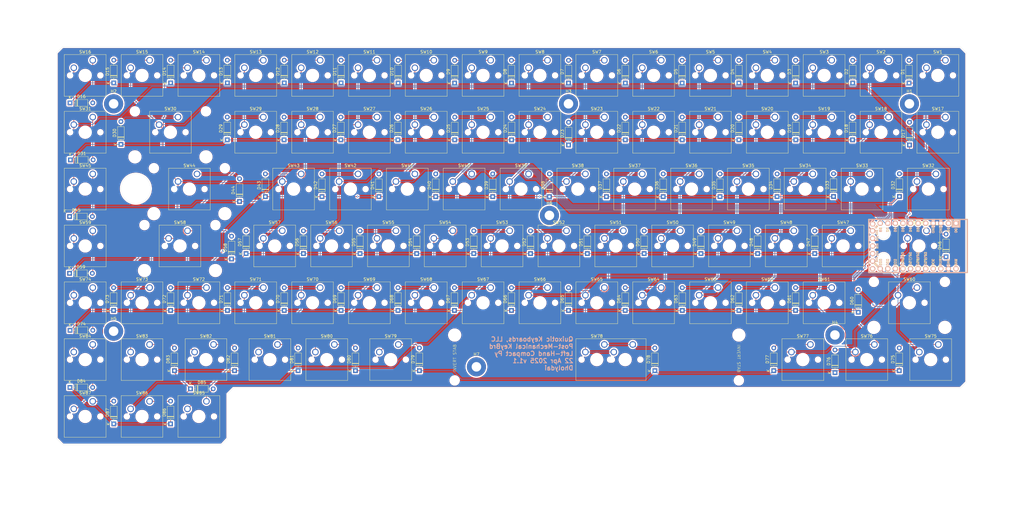
<source format=kicad_pcb>
(kicad_pcb (version 20241229) (generator "pcbnew") (generator_version "9.0")
  (title_block (title "Post-Mechanical Left Compact Py") (date "2025-04-19") (rev "1.1") (company "Quixotic Keyboards, LLC") (comment 2 "Final for the new tight case and future minimalist case") (comment 3 "Redux for the Maple Elite-Pi") (comment 4 "Move U1 inboard for case clearance"))
  (layers (0 "F.Cu" signal) (2 "B.Cu" signal) (13 "F.Paste" user) (15 "B.Paste" user) (5 "F.SilkS" user "F.Silkscreen") (7 "B.SilkS" user "B.Silkscreen") (1 "F.Mask" user) (3 "B.Mask" user) (25 "Edge.Cuts" user))
  (net 0 "")
  (net 1 "Net-(D1-A)")
  (net 2 "Row0")
  (net 3 "Net-(D2-A)")
  (net 4 "Net-(D3-A)")
  (net 5 "Net-(D4-A)")
  (net 6 "Net-(D5-A)")
  (net 7 "Net-(D6-A)")
  (net 8 "Net-(D7-A)")
  (net 9 "Net-(D8-A)")
  (net 10 "Net-(D9-A)")
  (net 11 "Net-(D10-A)")
  (net 12 "Net-(D11-A)")
  (net 13 "Net-(D12-A)")
  (net 14 "Net-(D13-A)")
  (net 15 "Net-(D14-A)")
  (net 16 "Net-(D15-A)")
  (net 17 "Net-(D16-A)")
  (net 18 "Net-(D17-A)")
  (net 19 "Row1")
  (net 20 "Net-(D18-A)")
  (net 21 "Net-(D19-A)")
  (net 22 "Net-(D20-A)")
  (net 23 "Net-(D21-A)")
  (net 24 "Net-(D22-A)")
  (net 25 "Net-(D23-A)")
  (net 26 "Row5")
  (net 27 "Net-(D24-A)")
  (net 28 "Net-(D25-A)")
  (net 29 "Net-(D26-A)")
  (net 30 "Net-(D27-A)")
  (net 31 "Net-(D28-A)")
  (net 32 "Net-(D29-A)")
  (net 33 "Net-(D30-A)")
  (net 34 "Net-(D31-A)")
  (net 35 "Net-(D32-A)")
  (net 36 "Net-(D33-A)")
  (net 37 "Row2")
  (net 38 "Net-(D34-A)")
  (net 39 "Net-(D35-A)")
  (net 40 "Net-(D36-A)")
  (net 41 "Net-(D37-A)")
  (net 42 "Net-(D38-A)")
  (net 43 "Net-(D39-A)")
  (net 44 "Net-(D40-A)")
  (net 45 "Net-(D41-A)")
  (net 46 "Net-(D42-A)")
  (net 47 "Net-(D43-A)")
  (net 48 "Net-(D51-A)")
  (net 49 "Row3")
  (net 50 "Net-(D52-A)")
  (net 51 "Net-(D53-A)")
  (net 52 "Net-(D54-A)")
  (net 53 "Net-(D55-A)")
  (net 54 "Net-(D56-A)")
  (net 55 "Net-(D57-A)")
  (net 56 "Net-(D62-A)")
  (net 57 "Net-(D63-A)")
  (net 58 "Net-(D64-A)")
  (net 59 "Net-(D65-A)")
  (net 60 "Net-(D66-A)")
  (net 61 "Net-(D67-A)")
  (net 62 "Row4")
  (net 63 "Net-(D68-A)")
  (net 64 "Net-(D69-A)")
  (net 65 "Net-(D70-A)")
  (net 66 "Net-(D71-A)")
  (net 67 "Net-(D72-A)")
  (net 68 "Net-(D73-A)")
  (net 69 "Net-(D74-A)")
  (net 70 "Net-(D80-A)")
  (net 71 "Net-(D81-A)")
  (net 72 "Net-(D82-A)")
  (net 73 "Net-(D83-A)")
  (net 74 "Net-(D84-A)")
  (net 75 "Net-(D85-A)")
  (net 76 "Net-(D86-A)")
  (net 77 "Net-(D87-A)")
  (net 78 "Col0")
  (net 79 "Col1")
  (net 80 "Col2")
  (net 81 "Col3")
  (net 82 "Col4")
  (net 83 "Col5")
  (net 84 "Col6")
  (net 85 "Col7")
  (net 86 "Col8")
  (net 87 "Col9")
  (net 88 "Col10")
  (net 89 "Col11")
  (net 90 "Col12")
  (net 91 "Col13")
  (net 92 "Col14")
  (net 93 "Col15")
  (net 94 "Net-(D48-A)")
  (net 95 "Net-(D49-A)")
  (net 96 "Net-(D50-A)")
  (net 97 "Net-(D44-A)")
  (net 98 "Net-(D45-A)")
  (net 99 "Net-(D46-A)")
  (net 100 "Net-(D47-A)")
  (net 101 "Net-(D58-A)")
  (net 102 "Net-(D59-A)")
  (net 103 "Net-(D60-A)")
  (net 104 "Net-(D61-A)")
  (net 105 "Net-(D75-A)")
  (net 106 "Net-(D76-A)")
  (net 107 "Net-(D77-A)")
  (net 108 "Net-(D78-A)")
  (net 109 "Net-(D79-A)")
  (net 110 "+5V")
  (net 112 "GND")
  (footprint "Diode_THT:D_DO-35_SOD27_P7.62mm_Horizontal" (layer "F.Cu") (at 191.405 116.175 90)
    (property "Reference" "D40")
    (property "Value" "1N4148")
  )
  (footprint "Button_Switch_Keyboard:SW_Cherry_MX_1.00u_PCB" (layer "F.Cu") (at 171.715 89.5075)
    (property "Reference" "SW27")
    (property "Value" "SW_Push")
  )
  (footprint "Diode_THT:D_DO-35_SOD27_P7.62mm_Horizontal" (layer "F.Cu") (at 210.5058 116.175 90)
    (property "Reference" "D39")
    (property "Value" "1N4148")
  )
  (footprint "Button_Switch_Keyboard:SW_Cherry_MX_1.00u_PCB" (layer "F.Cu") (at 279.665 108.5575)
    (property "Reference" "SW36")
    (property "Value" "SW_Push")
  )
  (footprint "Button_Switch_Keyboard:SW_Cherry_MX_2.00u_PCB" (layer "F.Cu") (at 352.685 146.6575)
    (property "Reference" "SW60")
    (property "Value" "SW_Push")
  )
  (footprint "Button_Switch_Keyboard:SW_Cherry_MX_1.00u_PCB" (layer "F.Cu") (at 76.465 70.4575)
    (property "Reference" "SW16")
    (property "Value" "SW_Push")
  )
  (footprint "Diode_THT:D_DO-35_SOD27_P7.62mm_Horizontal" (layer "F.Cu") (at 293.005 154.3 90)
    (property "Reference" "D62")
    (property "Value" "1N4148")
  )
  (footprint "Diode_THT:D_DO-35_SOD27_P7.62mm_Horizontal" (layer "F.Cu") (at 267.6304 116.175 90)
    (property "Reference" "D36")
    (property "Value" "1N4148")
  )
  (footprint "Button_Switch_Keyboard:SW_Cherry_MX_1.25u_PCB" (layer "F.Cu") (at 116.9425 165.7075)
    (property "Reference" "SW82")
    (property "Value" "SW_Push")
  )
  (footprint "Diode_THT:D_DO-35_SOD27_P7.62mm_Horizontal" (layer "F.Cu") (at 166.0304 135.258 90)
    (property "Reference" "D55")
    (property "Value" "1N4148")
  )
  (footprint "Diode_THT:D_DO-35_SOD27_P7.62mm_Horizontal" (layer "F.Cu") (at 261.255 135.258 90)
    (property "Reference" "D50")
    (property "Value" "1N4148")
  )
  (footprint "Diode_THT:D_DO-35_SOD27_P7.62mm_Horizontal" (layer "F.Cu") (at 159.6804 78.05 90)
    (property "Reference" "D11")
    (property "Value" "1N4148")
  )
  (footprint "MountingHole:MountingHole_3.2mm_M3_Pad" (layer "F.Cu") (at 83.45 85.05)
    (property "Reference" "H2")
    (property "Value" "Hole")
  )
  (footprint "Button_Switch_Keyboard:SW_Cherry_MX_1.00u_PCB" (layer "F.Cu") (at 286.015 70.4575)
    (property "Reference" "SW5")
    (property "Value" "SW_Push")
  )
  (footprint "Diode_THT:D_DO-35_SOD27_P7.62mm_Horizontal" (layer "F.Cu") (at 324.725 116.1175 90)
    (property "Reference" "D33")
    (property "Value" "1N4148")
  )
  (footprint "Button_Switch_Keyboard:SW_Cherry_MX_1.00u_PCB" (layer "F.Cu") (at 133.615 70.4575)
    (property "Reference" "SW13")
    (property "Value" "SW_Push")
  )
  (footprint "Button_Switch_Keyboard:SW_Cherry_MX_1.00u_PCB" (layer "F.Cu") (at 146.315 108.5575)
    (property "Reference" "SW43")
    (property "Value" "SW_Push")
  )
  (footprint "Button_Switch_Keyboard:SW_Cherry_MX_1.00u_PCB" (layer "F.Cu") (at 311.425 127.6075)
    (property "Reference" "SW48")
    (property "Value" "SW_Push")
  )
  (footprint "Diode_THT:D_DO-35_SOD27_P7.62mm_Horizontal" (layer "F.Cu") (at 68.815 180.0975)
    (property "Reference" "D84")
    (property "Value" "1N4148")
  )
  (footprint "Button_Switch_Keyboard:SW_Cherry_MX_1.00u_PCB" (layer "F.Cu") (at 95.51125 165.7075)
    (property "Reference" "SW83")
    (property "Value" "SW_Push")
  )
  (footprint "Button_Switch_Keyboard:SW_Cherry_MX_1.00u_PCB" (layer "F.Cu") (at 241.565 108.5575)
    (property "Reference" "SW38")
    (property "Value" "SW_Push")
  )
  (footprint "Diode_THT:D_DO-35_SOD27_P7.62mm_Horizontal" (layer "F.Cu") (at 312.0042 154.3 90)
    (property "Reference" "D61")
    (property "Value" "1N4148")
  )
  (footprint "Diode_THT:D_DO-35_SOD27_P7.62mm_Horizontal" (layer "F.Cu") (at 109.209001 180.575309)
    (property "Reference" "D85")
    (property "Value" "1N4148")
  )
  (footprint "MountingHole:MountingHole_3.2mm_M3_Pad" (layer "F.Cu") (at 229.505 122.4563)
    (property "Reference" "H6")
    (property "Value" "Hole")
  )
  (footprint "Button_Switch_Keyboard:SW_Cherry_MX_1.00u_PCB" (layer "F.Cu") (at 216.175 127.6075)
    (property "Reference" "SW53")
    (property "Value" "SW_Push")
  )
  (footprint "Diode_THT:D_DO-35_SOD27_P7.62mm_Horizontal" (layer "F.Cu") (at 140.5796 97.1325 90)
    (property "Reference" "D28")
    (property "Value" "1N4148")
  )
  (footprint "Button_Switch_Keyboard:SW_Cherry_MX_1.00u_PCB" (layer "F.Cu") (at 114.555 184.7575)
    (property "Reference" "SW85")
    (property "Value" "SW_Push")
  )
  (footprint "Button_Switch_Keyboard:SW_Cherry_MX_1.00u_PCB" (layer "F.Cu") (at 165.365 108.5575)
    (property "Reference" "SW42")
    (property "Value" "SW_Push")
  )
  (footprint "Button_Switch_Keyboard:SW_Cherry_MX_1.00u_PCB" (layer "F.Cu") (at 305.065 89.5075)
    (property "Reference" "SW20")
    (property "Value" "SW_Push")
  )
  (footprint "Button_Switch_Keyboard:SW_Cherry_MX_1.00u_PCB" (layer "F.Cu") (at 273.325 127.6075)
    (property "Reference" "SW50")
    (property "Value" "SW_Push")
  )
  (footprint "Button_Switch_Keyboard:SW_Cherry_MX_1.00u_PCB" (layer "F.Cu") (at 95.515 146.6575)
    (property "Reference" "SW73")
    (property "Value" "SW_Push")
  )
  (footprint "Button_Switch_Keyboard:SW_Cherry_MX_1.00u_PCB" (layer "F.Cu") (at 266.965 70.4575)
    (property "Reference" "SW6")
    (property "Value" "SW_Push")
  )
  (footprint "Diode_THT:D_DO-35_SOD27_P7.62mm_Horizontal" (layer "F.Cu") (at 346.805 116.1175 90)
    (property "Reference" "D32")
    (property "Value" "1N4148")
  )
  (footprint "Diode_THT:D_DO-35_SOD27_P7.62mm_Horizontal" (layer "F.Cu") (at 178.7558 154.3 90)
    (property "Reference" "D68")
    (property "Value" "1N4148")
  )
  (footprint "Button_Switch_Keyboard:SW_Cherry_MX_1.00u_PCB" (layer "F.Cu") (at 317.76625 108.555)
    (property "Reference" "SW34")
    (property "Value" "SW_Push")
  )
  (footprint "Button_Switch_Keyboard:SW_Cherry_MX_1.00u_PCB" (layer "F.Cu") (at 247.915 146.6575)
    (property "Reference" "SW65")
    (property "Value" "SW_Push")
  )
  (footprint "Diode_THT:D_DO-35_SOD27_P7.62mm_Horizontal" (layer "F.Cu") (at 127.8542 135.258 90)
    (property "Reference" "D57")
    (property "Value" "1N4148")
  )
  (footprint "Button_Switch_Keyboard:SW_Cherry_MX_1.00u_PCB" (layer "F.Cu") (at 138.37375 165.7075)
    (property "Reference" "SW81")
    (property "Value" "SW_Push")
  )
  (footprint "Diode_THT:D_DO-35_SOD27_P7.62mm_Horizontal" (layer "F.Cu") (at 153.2796 116.175 90)
    (property "Reference" "D42")
    (property "Value" "1N4148")
  )
  (footprint "Diode_THT:D_DO-35_SOD27_P7.62mm_Horizontal" (layer "F.Cu") (at 293.005 97.1325 90)
    (property "Reference" "D20")
    (property "Value" "1N4148")
  )
  (footprint "Diode_THT:D_DO-35_SOD27_P7.62mm_Horizontal" (layer "F.Cu") (at 333.005 154.8975 90)
    (property "Reference" "D60")
    (property "Value" "1N4148")
  )
  (footprint "Diode_THT:D_DO-35_SOD27_P7.62mm_Horizontal" (layer "F.Cu") (at 68.705 122.8275)
    (property "Reference" "D45")
    (property "Value" "1N4148")
  )
  (footprint "Button_Switch_Keyboard:SW_Cherry_MX_1.00u_PCB" (layer "F.Cu") (at 247.915 89.5075)
    (property "Reference" "SW23")
    (property "Value" "SW_Push")
  )
  (footprint "Diode_THT:D_DO-35_SOD27_P7.62mm_Horizontal" (layer "F.Cu") (at 216.8304 97.1325 90)
    (property "Reference" "D24")
    (property "Value" "1N4148")
  )
  (footprint "Diode_THT:D_DO-35_SOD27_P7.62mm_Horizontal" (layer "F.Cu") (at 346.739954 174.5 90)
    (property "Reference" "D75")
    (property "Value" "1N4148")
  )
  (footprint "Diode_THT:D_DO-35_SOD27_P7.62mm_Horizontal" (layer "F.Cu") (at 350.1804 98.86 90)
    (property "Reference" "D17")
    (property "Value" "1N4148")
  )
  (footprint "Button_Switch_Keyboard:SW_Cherry_MX_1.00u_PCB" (layer "F.Cu") (at 190.765 70.4575)
    (property "Reference" "SW10")
    (property "Value" "SW_Push")
  )
  (footprint "Button_Switch_Keyboard:SW_Cherry_MX_1.00u_PCB" (layer "F.Cu") (at 152.665 70.4575)
    (property "Reference" "SW12")
    (property "Value" "SW_Push")
  )
  (footprint "Diode_THT:D_DO-35_SOD27_P7.62mm_Horizontal" (layer "F.Cu") (at 248.6058 116.175 90)
    (property "Reference" "D37")
    (property "Value" "1N4148")
  )
  (footprint "Diode_THT:D_DO-35_SOD27_P7.62mm_Horizontal" (layer "F.Cu") (at 134.3058 116.175 90)
    (property "Reference" "D43")
    (property "Value" "1N4148")
  )
  (footprint "MountingHole:MountingHole_3.2mm_M3_Pad" (layer "F.Cu") (at 325.1868 162.5375)
    (property "Reference" "H4")
    (property "Value" "Hole")
  )
  (footprint "Button_Switch_Keyboard:SW_Cherry_MX_1.00u_PCB" (layer "F.Cu") (at 171.715 146.6575)
    (property "Reference" "SW69")
    (property "Value" "SW_Push")
  )
  (footprint "Button_Switch_Keyboard:SW_Cherry_MX_1.00u_PCB" (layer "F.Cu") (at 76.475 146.6675)
    (property "Reference" "SW74")
    (property "Value" "SW_Push")
  )
  (footprint "Button_Switch_Keyboard:SW_Cherry_MX_1.00u_PCB" (layer "F.Cu") (at 266.965 146.6575)
    (property "Reference" "SW64")
    (property "Value" "SW_Push")
  )
  (footprint "Diode_THT:D_DO-35_SOD27_P7.62mm_Horizontal" (layer "F.Cu") (at 125.655 117.7975 90)
    (property "Reference" "D44")
    (property "Value" "1N4148")
  )
  (footprint "MountingHole:MountingHole_3.2mm_M3_Pad" (layer "F.Cu") (at 235.9 85.05)
    (property "Reference" "H3")
    (property "Value" "Hole")
  )
  (footprint "Button_Switch_Keyboard:SW_Cherry_MX_1.00u_PCB" (layer "F.Cu") (at 76.475 127.6175)
    (property "Reference" "SW59")
    (property "Value" "SW_Push")
  )
  (footprint "Diode_THT:D_DO-35_SOD27_P7.62mm_Horizontal" (layer "F.Cu") (at 197.7804 97.1325 90)
    (property "Reference" "D25")
    (property "Value" "1N4148")
  )
  (footprint "Diode_THT:D_DO-35_SOD27_P7.62mm_Horizontal" (layer "F.Cu") (at 140.6304 78.05 90)
    (property "Reference" "D12")
    (property "Value" "1N4148")
  )
  (footprint "Diode_THT:D_DO-35_SOD27_P7.62mm_Horizontal" (layer "F.Cu") (at 140.6304 154.3 90)
    (property "Reference" "D70")
    (property "Value" "1N4148")
  )
  (footprint "Button_Switch_Keyboard:SW_Cherry_MX_1.00u_PCB" (layer "F.Cu") (at 343.165 70.4575)
    (property "Reference" "SW2")
    (property "Value" "SW_Push")
  )
  (footprint "Diode_THT:D_DO-35_SOD27_P7.62mm_Horizontal" (layer "F.Cu") (at 103.835 174.5 90)
    (property "Reference" "D83")
    (property "Value" "1N4148")
  )
  (footprint "Button_Switch_Keyboard:SW_Cherry_MX_1.00u_PCB" (layer "F.Cu") (at 190.765 146.6575)
    (property "Reference" "SW68")
    (property "Value" "SW_Push")
  )
  (footprint "Button_Switch_Keyboard:SW_Cherry_MX_1.00u_PCB" (layer "F.Cu") (at 178.075 127.6075)
    (property "Reference" "SW55")
    (property "Value" "SW_Push")
  )
  (footprint "Diode_THT:D_DO-35_SOD27_P7.62mm_Horizontal" (layer "F.Cu") (at 331.1558 78.1 90)
    (property "Reference" "D2")
    (property "Value" "1N4148")
  )
  (footprint "Diode_THT:D_DO-35_SOD27_P7.62mm_Horizontal" (layer "F.Cu") (at 299.3042 135.258 90)
    (property "Reference" "D48")
    (property "Value" "1N4148")
  )
  (footprint "Diode_THT:D_DO-35_SOD27_P7.62mm_Horizontal" (layer "F.Cu") (at 159.6804 154.3 90)
    (property "Reference" "D69")
    (property "Value" "1N4148")
  )
  (footprint "Diode_THT:D_DO-35_SOD27_P7.62mm_Horizontal" (layer "F.Cu") (at 123.995 174.5 90)
    (property "Reference" "D82")
    (property "Value" "1N4148" (hide yes))
  )
  (footprint "Button_Switch_Keyboard:SW_Cherry_MX_1.25u_PCB" (layer "F.Cu") (at 359.83 165.7075)
    (property "Reference" "SW75")
    (property "Value" "SW_Push")
  )
  (footprint "Button_Switch_Keyboard:SW_Cherry_MX_1.00u_PCB" (layer "F.Cu") (at 292.375 127.6075)
    (property "Reference" "SW49")
    (property "Value" "SW_Push")
  )
  (footprint "Button_Switch_Keyboard:SW_Cherry_MX_1.00u_PCB" (layer "F.Cu") (at 203.465 108.5575)
    (property "Reference" "SW40")
    (property "Value" "SW_Push")
  )
  (footprint "Diode_THT:D_DO-35_SOD27_P7.62mm_Horizontal" (layer "F.Cu") (at 102.548755 192.32 90)
    (property "Reference" "D86")
    (property "Value" "1N4148")
  )
  (footprint "Diode_THT:D_DO-35_SOD27_P7.62mm_Horizontal" (layer "F.Cu") (at 83.5058 78.05 90)
    (property "Reference" "D15")
    (property "Value" "1N4148")
  )
  (footprint "Button_Switch_Keyboard:SW_Cherry_MX_1.00u_PCB" (layer "F.Cu") (at 76.46125 165.7075)
    (property "Reference" "SW84")
    (property "Value" "SW_Push")
  )
  (footprint "Diode_THT:D_DO-35_SOD27_P7.62mm_Horizontal" (layer "F.Cu") (at 68.965 103.8475)
    (property "Reference" "D31")
    (property "Value" "1N4148")
  )
  (footprint "Diode_THT:D_DO-35_SOD27_P7.62mm_Horizontal" (layer "F.Cu") (at 147.0566 135.258 90)
    (property "Reference" "D56")
    (property "Value" "1N4148")
  )
  (footprint "Diode_THT:D_DO-35_SOD27_P7.62mm_Horizontal" (layer "F.Cu") (at 235.9312 98.86 90)
    (property "Reference" "D23")
    (property "Value" "1N4148")
  )
  (footprint "Button_Switch_Keyboard:SW_Cherry_MX_1.00u_PCB" (layer "F.Cu") (at 286.015 146.6575)
    (property "Reference" "SW63")
    (property "Value" "SW_Push")
  )
  (footprint "Diode_THT:D_DO-35_SOD27_P7.62mm_Horizontal" (layer "F.Cu") (at 178.7304 97.1325 90)
    (property "Reference" "D26")
    (property "Value" "1N4148")
  )
  (footprint "Button_Switch_Keyboard:SW_Cherry_MX_1.00u_PCB" (layer "F.Cu") (at 133.615 89.5075)
    (property "Reference" "SW29")
    (property "Value" "SW_Push")
  )
  (footprint "Diode_THT:D_DO-35_SOD27_P7.62mm_Horizontal" (layer "F.Cu") (at 362.435 136.3375 90)
    (property "Reference" "D46")
    (property "Value" "1N4148")
  )
  (footprint "Diode_THT:D_DO-35_SOD27_P7.62mm_Horizontal" (layer "F.Cu") (at 204.1558 135.258 90)
    (property "Reference" "D53")
    (property "Value" "1N4148")
  )
  (footprint "Diode_THT:D_DO-35_SOD27_P7.62mm_Horizontal" (layer "F.Cu") (at 242.205 135.258 90)
    (property "Reference" "D51")
    (property "Value" "1N4148")
  )
  (footprint "Diode_THT:D_DO-35_SOD27_P7.62mm_Horizontal" (layer "F.Cu") (at 68.695 141.8575)
    (property "Reference" "D59")
    (property "Value" "1N4148")
  )
  (footprint "Diode_THT:D_DO-35_SOD27_P7.62mm_Horizontal" (layer "F.Cu") (at 273.9804 78.1 90)
    (property "Reference" "D5")
    (property "Value" "1N4148")
  )
  (footprint "Diode_THT:D_DO-35_SOD27_P7.62mm_Horizontal" (layer "F.Cu") (at 350.028 78.1 90)
    (property "Reference" "D1")
    (property "Value" "1N4148")
  )
  (footprint "Diode_THT:D_DO-35_SOD27_P7.62mm_Horizontal" (layer "F.Cu") (at 121.5296 97.1325 90)
    (property "Reference" "D29")
    (property "Value" "1N4148")
  )
  (footprint "Diode_THT:D_DO-35_SOD27_P7.62mm_Horizontal" (layer "F.Cu") (at 121.6058 154.3 90)
    (property "Reference" "D71")
    (property "Value" "1N4148")
  )
  (footprint "Button_Switch_Keyboard:SW_Cherry_MX_1.00u_PCB" (layer "F.Cu") (at 114.565 146.6575)
    (property "Reference" "SW72")
    (property "Value" "SW_Push")
  )
  (footprint "Diode_THT:D_DO-35_SOD27_P7.62mm_Horizontal" (layer "F.Cu") (at 83.514445 192.32 90)
    (property "Reference" "D87")
    (property "Value" "1N4148")
  )
  (footprint "Dholydai-Parts:SW_Cherry_MX_1.3333u_PCB" (layer "F.Cu") (at 359.035 108.5575)
    (property "Reference" "SW32")
    (property "Value" "SW_Push")
  )
  (footprint "Button_Switch_Keyboard:SW_Cherry_MX_1.00u_PCB" (layer "F.Cu") (at 305.065 146.6575)
    (property "Reference" "SW62")
    (property "Value" "SW_Push")
  )
  (footprint "Button_Switch_Keyboard:SW_Cherry_MX_1.25u_PCB" (layer "F.Cu") (at 316.9675 165.7075)
    (property "Reference" "SW77")
    (property "Value" "SW_Push")
  )
  (footprint "Button_Switch_Keyboard:SW_Cherry_MX_1.00u_PCB" (layer "F.Cu") (at 139.975 127.6075)
    (property "Reference" "SW57")
    (property "Value" "SW_Push")
  )
  (footprint "Dholydai-Parts:SW_Ch_Inv_MX_6.00u_PCB_Stagger" (layer "F.Cu") (at 247.91125 165.7075)
    (property "Reference" "SW78")
    (property "Value" "SW_Push")
  )
  (footprint "Button_Switch_Keyboard:SW_Cherry_MX_1.00u_PCB" (layer "F.Cu") (at 254.275 127.6075)
    (property "Reference" "SW51")
    (property "Value" "SW_Push")
  )
  (footprint "Diode_THT:D_DO-35_SOD27_P7.62mm_Horizontal" (layer "F.Cu") (at 216.7796 154.3 90)
    (property "Reference" "D66")
    (property "Value" "1N4148")
  )
  (footprint "Button_Switch_Keyboard:SW_Cherry_MX_1.00u_PCB" (layer "F.Cu") (at 209.815 146.6575)
    (property "Reference" "SW67")
    (property "Value" "SW_Push")
  )
  (footprint "Diode_THT:D_DO-35_SOD27_P7.62mm_Horizontal" (layer "F.Cu") (at 280.2796 135.258 90)
    (property "Reference" "D49")
    (property "Value" "1N4148")
  )
  (footprint "Diode_THT:D_DO-35_SOD27_P7.62mm_Horizontal" (layer "F.Cu") (at 185.9186 174.5 90)
    (property "Reference" "D79")
    (property "Value" "1N4148")
  )
  (footprint "Diode_THT:D_DO-35_SOD27_P7.62mm_Horizontal" (layer "F.Cu") (at 102.5558 154.3 90)
    (property "Reference" "D72")
    (property "Value" "1N4148")
  )
  (footprint "Diode_THT:D_DO-35_SOD27_P7.62mm_Horizontal" (layer "F.Cu") (at 172.355 116.175 90)
    (property "Reference" "D41")
    (property "Value" "1N4148")
  )
  (footprint "Button_Switch_Keyboard:SW_Cherry_MX_1.00u_PCB" (layer "F.Cu") (at 324.115 89.5075)
    (property "Reference" "SW19")
    (property "Value" "SW_Push")
  )
  (footprint "Button_Switch_Keyboard:SW_Cherry_MX_1.00u_PCB" (layer "F.Cu") (at 95.505 184.7575)
    (property "Reference" "SW86")
    (property "Value" "SW_Push")
  )
  (footprint "Diode_THT:D_DO-35_SOD27_P7.62mm_Horizontal" (layer "F.Cu") (at 325.2122 175.1613 90)
    (property "Reference" "D76")
    (property "Value" "1N4148")
  )
  (footprint "Diode_THT:D_DO-35_SOD27_P7.62mm_Horizontal" (layer "F.Cu") (at 254.905 154.3 90)
    (property "Reference" "D64")
    (property "Value" "1N4148")
  )
  (footprint "Button_Switch_Keyboard:SW_Cherry_MX_2.00u_PCB" (layer "F.Cu") (at 105.035 89.5075)
    (property "Reference" "SW30")
    (property "Value" "SW_Push")
  )
  (footprint "Diode_THT:D_DO-35_SOD27_P7.62mm_Horizontal" (layer "F.Cu") (at 145.284263 174.5 90)
    (property "Reference" "D81")
    (property "Value" "1N4148")
  )
  (footprint "Button_Switch_Keyboard:SW_Cherry_MX_1.00u_PCB" (layer "F.Cu") (at 184.415 108.5575)
    (property "Reference" "SW41")
    (property "Value" "SW_Push")
  )
  (footprint "Diode_THT:D_DO-35_SOD27_P7.62mm_Horizontal" (layer "F.Cu") (at 122.985 137.0475 90)
    (property "Reference" "D58")
    (property "Value" "1N4148")
  )
  (footprint "Diode_THT:D_DO-35_SOD27_P7.62mm_Horizontal" (layer "F.Cu") (at 312.0804 97.1325 90)
    (property "Reference" "D19")
    (property "Value" "1N4148")
  )
  (footprint "Diode_THT:D_DO-35_SOD27_P7.62mm_Horizontal" (layer "F.Cu") (at 178.8066 78.1 90)
    (property "Reference" "D10")
    (property "Value" "1N4148")
  )
  (footprint "Dholydai-Parts:SW_Cherry_MX_2.6666u_PCB" (layer "F.Cu") (at 111.39 108.5575)
    (property "Reference" "SW44")
    (property "Value" "SW_Push")
  )
  (footprint "Button_Switch_Keyboard:SW_Cherry_MX_1.00u_PCB" (layer "F.Cu") (at 343.165 89.5075)
    (property "Reference" "SW18")
    (property "Value" "SW_Push")
  )
  (footprint "Button_Switch_Keyboard:SW_Cherry_MX_1.00u_PCB" (layer "F.Cu") (at 247.915 70.4575)
    (property "Reference" "SW7")
    (property "Value" "SW_Push")
  )
  (footprint "Button_Switch_Keyboard:SW_Cherry_MX_1.00u_PCB" (layer "F.Cu") (at 305.065 70.4575)
    (property "Reference" "SW4")
    (property "Value" "SW_Push")
  )
  (footprint "Diode_THT:D_DO-35_SOD27_P7.62mm_Horizontal" (layer "F.Cu") (at 254.9304 97.1325 90)
    (property "Reference" "D22")
    (property "Value" "1N4148")
  )
  (footprint "Button_Switch_Keyboard:SW_Cherry_MX_1.00u_PCB" (layer "F.Cu") (at 76.465 108.5575)
    (property "Reference" "SW45")
    (property "Value" "SW_Push")
  )
  (footprint "Button_Switch_Keyboard:SW_Cherry_MX_1.00u_PCB" (layer "F.Cu") (at 76.455 184.7575)
    (property "Reference" "SW87")
    (property "Value" "SW_Push")
  )
  (footprint "Button_Switch_Keyboard:SW_Cherry_MX_1.00u_PCB" (layer "F.Cu") (at 362.215 70.4575)
    (property "Reference" "SW1")
    (property "Value" "SW_Push")
  )
  (footprint "Diode_THT:D_DO-35_SOD27_P7.62mm_Horizontal" (layer "F.Cu") (at 286.6804 116.175 90)
    (property "Reference" "D35")
    (property "Value" "1N4148")
  )
  (footprint "Diode_THT:D_DO-35_SOD27_P7.62mm_Horizontal" (layer "F.Cu") (at 121.555 78.05 90)
    (property "Reference" "D13")
    (property "Value" "1N4148")
  )
  (footprint "Button_Switch_Keyboard:SW_Cherry_MX_1.00u_PCB" (layer "F.Cu") (at 197.125 127.6075)
    (property "Reference" "SW54")
    (property "Value" "SW_Push")
  )
  (footprint "Diode_THT:D_DO-35_SOD27_P7.62mm_Horizontal" (layer "F.Cu") (at 274.0058 97.1325 90)
    (property "Reference" "D21")
    (property "Value" "1N4148")
  )
  (footprint "Diode_THT:D_DO-35_SOD27_P7.62mm_Horizontal" (layer "F.Cu") (at 216.7796 78.1 90)
    (property "Reference" "D8")
    (property "Value" "1N4148")
  )
  (footprint "Diode_THT:D_DO-35_SOD27_P7.62mm_Horizontal" (layer "F.Cu") (at 304.695279 174.5 90)
    (property "Reference" "D77")
    (property "Value" "1N4148")
  )
  (footprint "Dholydai-Parts:Elite-Pi" (layer "F.Cu") (at 351.795 132.7075 180)
    (property "Reference" "U1" (hide yes))
    (property "Value" "Elite-Pi" (hide yes))
  )
  (footprint "Button_Switch_Keyboard:SW_Cherry_MX_1.00u_PCB" (layer "F.Cu") (at 209.815 89.5075)
    (property "Reference" "SW25")
    (property "Value" "SW_Push")
  )
  (footprint "Button_Switch_Keyboard:SW_Cherry_MX_1.00u_PCB" (layer "F.Cu") (at 76.465 89.5075)
    (property "Reference" "SW31")
    (property "Value" "SW_Push")
  )
  (footprint "Button_Switch_Keyboard:SW_Cherry_MX_1.00u_PCB" (layer "F.Cu") (at 228.865 70.4575)
    (property "Reference" "SW8")
    (property "Value" "SW_Push")
  )
  (footprint "Button_Switch_Keyboard:SW_Cherry_MX_1.00u_PCB" (layer "F.Cu") (at 159.025 127.6075)
    (property "Reference" "SW56")
    (property "Value" "SW_Push")
  )
  (footprint "Diode_THT:D_DO-35_SOD27_P7.62mm_Horizontal" (layer "F.Cu") (at 264.845 174.5 90)
    (property "Reference" "D78")
    (property "Value" "1N4148")
  )
  (footprint "Button_Switch_Keyboard:SW_Cherry_MX_1.00u_PCB" (layer "F.Cu") (at 222.515 108.5575)
    (property "Reference" "SW39")
    (property "Value" "SW_Push")
  )
  (footprint "Diode_THT:D_DO-35_SOD27_P7.62mm_Horizontal" (layer "F.Cu") (at 318.4304 135.258 90)
    (property "Reference" "D47")
    (property "Value" "1N4148")
  )
  (footprint "Diode_THT:D_DO-35_SOD27_P7.62mm_Horizontal" (layer "F.Cu") (at 197.755 78.1 90)
    (property "Reference" "D9")
    (property "Value" "1N4148")
  )
  (footprint "Diode_THT:D_DO-35_SOD27_P7.62mm_Horizontal" (layer "F.Cu") (at 83.455 154.3 90)
    (property "Reference" "D73")
    (property "Value" "1N4148")
  )
  (footprint "Button_Switch_Keyboard:SW_Cherry_MX_1.00u_PCB" (layer "F.Cu") (at 324.115 70.4575)
    (property "Reference" "SW3")
    (property "Value" "SW_Push")
  )
  (footprint "Diode_THT:D_DO-35_SOD27_P7.62mm_Horizontal" (layer "F.Cu") (at 223.1804 135.258 90)
    (property "Reference" "D52")
    (property "Value" "1N4148")
  )
  (footprint "Diode_THT:D_DO-35_SOD27_P7.62mm_Horizontal" (layer "F.Cu") (at 293.005 78.1 90)
    (property "Reference" "D4")
    (property "Value" "1N4148")
  )
  (footprint "Button_Switch_Keyboard:SW_Cherry_MX_1.00u_PCB" (layer "F.Cu") (at 133.615 146.6575)
    (property "Reference" "SW71")
    (property "Value" "SW_Push")
  )
  (footprint "Button_Switch_Keyboard:SW_Cherry_MX_1.00u_PCB" (layer "F.Cu") (at 228.865 89.5075)
    (property "Reference" "SW24")
    (property "Value" "SW_Push")
  )
  (footprint "Button_Switch_Keyboard:SW_Cherry_MX_1.00u_PCB" (layer "F.Cu") (at 171.715 70.4575)
    (property "Reference" "SW11")
    (property "Value" "SW_Push")
  )
  (footprint "Diode_THT:D_DO-35_SOD27_P7.62mm_Horizontal" (layer "F.Cu") (at 312.0296 78.1 90)
    (property "Reference" "D3")
    (property "Value" "1N4148")
  )
  (footprint "Diode_THT:D_DO-35_SOD27_P7.62mm_Horizontal" (layer "F.Cu") (at 164.487767 174.5 90)
    (property "Reference" "D80")
    (property "Value" "1N4148")
  )
  (footprint "Dholydai-Parts:SW_Cherry_MX_1.1666u_PCB" (layer "F.Cu") (at 355.875 127.6075)
    (property "Reference" "SW46")
    (property "Value" "SW_Push")
  )
  (footprint "Diode_THT:D_DO-35_SOD27_P7.62mm_Horizontal" (layer "F.Cu") (at 229.505 116.175 90)
    (property "Reference" "D38")
    (property "Value" "1N4148")
  )
  (footprint "Button_Switch_Keyboard:SW_Cherry_MX_1.00u_PCB" (layer "F.Cu") (at 286.015 89.5075)
    (property "Reference" "SW21")
    (property "Value" "SW_Push")
  )
  (footprint "Diode_THT:D_DO-35_SOD27_P7.62mm_Horizontal" (layer "F.Cu") (at 235.9058 154.3 90)
    (property "Reference" "D65")
    (property "Value" "1N4148")
  )
  (footprint "Diode_THT:D_DO-35_SOD27_P7.62mm_Horizontal" (layer "F.Cu") (at 68.855 160.955)
    (property "Reference" "D74")
    (property "Value" "1N4148")
  )
  (footprint "Dholydai-Parts:SW_Cherry_MX_2.3333u_PCB" (layer "F.Cu") (at 108.225 127.6175)
    (property "Reference" "SW58")
    (property "Value" "SW_Push")
  )
  (footprint "Button_Switch_Keyboard:SW_Cherry_MX_1.00u_PCB" (layer "F.Cu") (at 235.225 127.6075)
    (property "Reference" "SW52")
    (property "Value" "SW_Push")
  )
  (footprint "Diode_THT:D_DO-35_SOD27_P7.62mm_Horizontal" (layer "F.Cu") (at 305.8066 116.175 90)
    (property "Reference" "D34")
    (property "Value" "1N4148")
  )
  (footprint "Button_Switch_Keyboard:SW_Cherry_MX_1.00u_PCB" (layer "F.Cu") (at 324.115 146.6575)
    (property "Reference" "SW61")
    (property "Value" "SW_Push")
  )
  (footprint "Button_Switch_Keyboard:SW_Cherry_MX_1.25u_PCB" (layer "F.Cu") (at 178.855 165.7075)
    (property "Reference" "SW79")
    (property "Value" "SW_Push")
  )
  (footprint "MountingHole:MountingHole_3.2mm_M3_Pad" (layer "F.Cu") (at 83.45 161.2675)
    (property "Reference" "H5")
    (property "Value" "Hole")
  )
  (footprint "MountingHole:MountingHole_3.2mm_M3_Pad" (layer "F.Cu") (at 205.045 173.2)
    (property "Reference" "H7")
    (property "Value" "Hole")
  )
  (footprint "Button_Switch_Keyboard:SW_Cherry_MX_1.00u_PCB" (layer "F.Cu") (at 209.815 70.4575)
    (property "Reference" "SW9")
    (property "Value" "SW_Push")
  )
  (footprint "Diode_THT:D_DO-35_SOD27_P7.62mm_Horizontal" (layer "F.Cu") (at 102.5812 78.05 90)
    (property "Reference" "D14")
    (property "Value" "1N4148")
  )
  (footprint "Button_Switch_Keyboard:SW_Cherry_MX_1.00u_PCB" (layer "F.Cu") (at 336.81625 108.555)
    (property "Reference" "SW33")
    (property "Value" "SW_Push")
  )
  (footprint "Diode_THT:D_DO-35_SOD27_P7.62mm_Horizontal" (layer "F.Cu") (at 235.9058 78.1 90)
    (property "Reference" "D7")
    (property "Value" "1N4148")
  )
  (footprint "Button_Switch_Keyboard:SW_Cherry_MX_1.00u_PCB" (layer "F.Cu") (at 114.565 70.4575)
    (property "Reference" "SW14")
    (property "Value" "SW_Push")
  )
  (footprint "Diode_THT:D_DO-35_SOD27_P7.62mm_Horizontal" (layer "F.Cu") (at 85.8934 98.6275 90)
    (property "Reference" "D30")
    (property "Value" "1N4148")
  )
  (footprint "Button_Switch_Keyboard:SW_Cherry_MX_1.00u_PCB" (layer "F.Cu") (at 266.965 89.5075)
    (property "Reference" "SW22")
    (property "Value" "SW_Push")
  )
  (footprint "Button_Switch_Keyboard:SW_Cherry_MX_1.00u_PCB" (layer "F.Cu") (at 95.515 70.4575)
    (property "Reference" "SW15")
    (property "Value" "SW_Push")
  )
  (footprint "Diode_THT:D_DO-35_SOD27_P7.62mm_Horizontal" (layer "F.Cu") (at 159.6042 97.1325 90)
    (property "Reference" "D27")
    (property "Value" "1N4148")
  )
  (footprint "Button_Switch_Keyboard:SW_Cherry_MX_1.00u_PCB" (layer "F.Cu") (at 260.615 108.5575)
    (property "Reference" "SW37")
    (property "Value" "SW_Push")
  )
  (footprint "Diode_THT:D_DO-35_SOD27_P7.62mm_Horizontal" (layer "F.Cu") (at 185.0296 135.258 90)
    (property "Reference" "D54")
    (property "Value" "1N4148")
  )
  (footprint "Button_Switch_Keyboard:SW_Cherry_MX_1.00u_PCB" (layer "F.Cu") (at 157.42375 165.7075)
    (property "Reference" "SW80")
    (property "Value" "SW_Push")
  )
  (footprint "Button_Switch_Keyboard:SW_Cherry_MX_1.00u_PCB" (layer "F.Cu") (at 338.39875 165.7075)
    (property "Reference" "SW76")
    (property "Value" "SW_Push")
  )
  (footprint "Diode_THT:D_DO-35_SOD27_P7.62mm_Horizontal" (layer "F.Cu") (at 197.6788 154.3 90)
    (property "Reference" "D67")
    (property "Value" "1N4148")
  )
  (footprint "Diode_THT:D_DO-35_SOD27_P7.62mm_Horizontal" (layer "F.Cu") (at 274.0312 154.3 90)
    (property "Reference" "D63")
    (property "Value" "1N4148")
  )
  (footprint "Diode_THT:D_DO-35_SOD27_P7.62mm_Horizontal" (layer "F.Cu") (at 68.845 84.745)
    (property "Reference" "D16")
    (property "Value" "1N4148")
  )
  (footprint "Button_Switch_Keyboard:SW_Cherry_MX_1.00u_PCB" (layer "F.Cu") (at 152.665 146.6575)
    (property "Reference" "SW70")
    (property "Value" "SW_Push")
  )
  (footprint "Button_Switch_Keyboard:SW_Cherry_MX_1.00u_PCB" (layer "F.Cu") (at 228.865 146.6575)
    (property "Reference" "SW66")
    (property "Value" "SW_Push")
  )
  (footprint "Button_Switch_Keyboard:SW_Cherry_MX_1.00u_PCB" (layer "F.Cu") (at 330.475 127.6075)
    (property "Reference" "SW47")
    (property "Value" "SW_Push")
  )
  (footprint "MountingHole:MountingHole_3.2mm_M3_Pad" (layer "F.Cu") (at 350.155 85.05)
    (property "Reference" "H1")
    (property "Value" "Hole")
  )
  (footprint "Button_Switch_Keyboard:SW_Cherry_MX_1.00u_PCB" (layer "F.Cu") (at 190.765 89.5075)
    (property "Reference" "SW26")
    (property "Value" "SW_Push")
  )
  (footprint "Button_Switch_Keyboard:SW_Cherry_MX_1.00u_PCB" (layer "F.Cu") (at 362.21 89.5075)
    (property "Reference" "SW17")
    (property "Value" "SW_Push")
  )
  (footprint "Diode_THT:D_DO-35_SOD27_P7.62mm_Horizontal" (layer "F.Cu") (at 331.105 97.1325 90)
    (property "Reference" "D18")
    (property "Value" "1N4148")
  )
  (footprint "Button_Switch_Keyboard:SW_Cherry_MX_1.00u_PCB" (layer "F.Cu") (at 152.665 89.5075)
    (property "Reference" "SW28")
    (property "Value" "SW_Push")
  )
  (footprint "Button_Switch_Keyboard:SW_Cherry_MX_1.00u_PCB" (layer "F.Cu") (at 298.715 108.5575)
    (property "Reference" "SW35")
    (property "Value" "SW_Push")
  )
  (footprint "Diode_THT:D_DO-35_SOD27_P7.62mm_Horizontal" (layer "F.Cu") (at 254.9304 78.1 90)
    (property "Reference" "D6")
    (property "Value" "1N4148")
  )
  (gr_line (start 64.365 67.985) (end 66.365 65.9874) (stroke (width 0.05)) (layer "Edge.Cuts"))
  (gr_line (start 121.6 182.3) (end 123.6 180.3) (stroke (width 0.05)) (layer "Edge.Cuts"))
  (gr_line (start 119.6 199.307847) (end 121.6 197.208459) (stroke (width 0.05)) (layer "Edge.Cuts"))
  (gr_line (start 121.6 197.208459) (end 121.6 182.3) (stroke (width 0.05)) (layer "Edge.Cuts"))
  (gr_circle (center 341.5 128.4) (end 343.5 128.4) (stroke (width 0.05)) (fill no) (layer "Edge.Cuts"))
  (gr_line (start 64.365 197.2085) (end 66.464347 199.307847) (stroke (width 0.05)) (layer "Edge.Cuts"))
  (gr_circle (center 341.5 137.05) (end 343.5 137.05) (stroke (width 0.05)) (fill no) (layer "Edge.Cuts"))
  (gr_line (start 64.365 67.985) (end 64.365 197.2085) (stroke (width 0.05)) (layer "Edge.Cuts"))
  (gr_line (start 66.464347 199.307847) (end 119.6 199.307847) (stroke (width 0.05)) (layer "Edge.Cuts"))
  (gr_line (start 367.23 180.3) (end 123.6 180.3) (stroke (width 0.05)) (layer "Edge.Cuts"))
  (gr_line (start 369.23 178.3) (end 367.23 180.3) (stroke (width 0.05)) (layer "Edge.Cuts"))
  (gr_circle (center 90.915 113.5) (end 95.915 113.5) (stroke (width 0.05)) (fill no) (layer "Edge.Cuts"))
  (gr_line (start 369.23 178.3) (end 369.23 68.0199) (stroke (width 0.05)) (layer "Edge.Cuts"))
  (gr_line (start 66.365 65.9874) (end 367.19 65.9874) (stroke (width 0.05)) (layer "Edge.Cuts"))
  (gr_line (start 369.23 68.0199) (end 367.19 65.9874) (stroke (width 0.05)) (layer "Edge.Cuts"))
  (gr_text "Quixotic Keyboards, LLC\nPost-Mechanical KeyBrd\nLeft-Hand Compact Py\n22 Apr 2025 v1.1\nDholydai\n" (at 237.6584 174.4755 0) (layer "B.SilkS") (effects (font (size 1.5 1.5) (thickness 0.3) (bold yes)) (justify left bottom mirror)))
  (segment (start 350.028 70.48) (end 362.1925 70.48) (width 0.2) (layer "F.Cu") (net 1))
  (segment (start 362.1925 70.48) (end 362.215 70.4575) (width 0.2) (layer "F.Cu") (net 1))
  (segment (start 350.028 78.1) (end 353.3475 78.1) (width 0.2) (layer "F.Cu") (net 2))
  (segment (start 345.3036 106.0987) (end 345.3036 117.053214) (width 0.2) (layer "F.Cu") (net 2))
  (segment (start 345.3036 117.053214) (end 343.765 118.591814) (width 0.2) (layer "F.Cu") (net 2))
  (segment (start 342.4813 123.9112) (end 338.2913 123.9112) (width 0.2) (layer "F.Cu") (net 2))
  (segment (start 355.465 80.2175) (end 355.465 90.1461) (width 0.2) (layer "F.Cu") (net 2))
  (segment (start 338.2913 123.9112) (end 337.825 124.3775) (width 0.2) (layer "F.Cu") (net 2))
  (segment (start 351.4758 94.1353) (end 351.4758 99.9265) (width 0.2) (layer "F.Cu") (net 2))
  (segment (start 343.765 122.6275) (end 342.4813 123.9112) (width 0.2) (layer "F.Cu") (net 2))
  (segment (start 337.825 124.3775) (end 337.825 125.3161) (width 0.2) (layer "F.Cu") (net 2))
  (segment (start 343.765 118.591814) (end 343.765 122.6275) (width 0.2) (layer "F.Cu") (net 2))
  (segment (start 353.3475 78.1) (end 355.465 80.2175) (width 0.2) (layer "F.Cu") (net 2))
  (segment (start 355.465 90.1461) (end 351.4758 94.1353) (width 0.2) (layer "F.Cu") (net 2))
  (segment (start 351.4758 99.9265) (end 345.3036 106.0987) (width 0.2) (layer "F.Cu") (net 2))
  (segment (start 273.2804 78.8) (end 273.9804 78.1) (width 0.2) (layer "B.Cu") (net 2))
  (segment (start 273.046085 78.8) (end 273.2804 78.8) (width 0.2) (layer "B.Cu") (net 2))
  (segment (start 311.3296 78.8) (end 312.0296 78.1) (width 0.2) (layer "B.Cu") (net 2))
  (segment (start 198.455 78.8) (end 216.0796 78.8) (width 0.2) (layer "B.Cu") (net 2))
  (segment (start 312.7296 78.8) (end 330.4558 78.8) (width 0.2) (layer "B.Cu") (net 2))
  (segment (start 254.9304 78.1) (end 255.6304 78.8) (width 0.2) (layer "B.Cu") (net 2))
  (segment (start 120.805 78.8) (end 121.555 78.05) (width 0.2) (layer "B.Cu") (net 2))
  (segment (start 160.4304 78.8) (end 178.1066 78.8) (width 0.2) (layer "B.Cu") (net 2))
  (segment (start 84.2495 78.7937) (end 101.8375 78.7937) (width 0.2) (layer "B.Cu") (net 2))
  (segment (start 292.305 78.8) (end 293.005 78.1) (width 0.2) (layer "B.Cu") (net 2))
  (segment (start 68.845 84.745) (end 75.54 78.05) (width 0.2) (layer "B.Cu") (net 2))
  (segment (start 158.9304 78.8) (end 159.6804 78.05) (width 0.2) (layer "B.Cu") (net 2))
  (segment (start 235.9058 78.1) (end 236.6058 78.8) (width 0.2) (layer "B.Cu") (net 2))
  (segment (start 335.619314 78.7937) (end 335.638314 78.7747) (width 0.2) (layer "B.Cu") (net 2))
  (segment (start 331.8495 78.7937) (end 335.619314 78.7937) (width 0.2) (layer "B.Cu") (net 2))
  (segment (start 140.6304 78.05) (end 141.3804 78.8) (width 0.2) (layer "B.Cu") (net 2))
  (segment (start 235.2058 78.8) (end 235.9058 78.1) (width 0.2) (layer "B.Cu") (net 2))
  (segment (start 255.839414 78.8) (end 255.864714 78.7747) (width 0.2) (layer "B.Cu") (net 2))
  (segment (start 197.755 78.1) (end 198.455 78.8) (width 0.2) (layer "B.Cu") (net 2))
  (segment (start 75.54 78.05) (end 83.5058 78.05) (width 0.2) (layer "B.Cu") (net 2))
  (segment (start 102.5812 78.05) (end 103.3312 78.8) (width 0.2) (layer "B.Cu") (net 2))
  (segment (start 335.988686 78.7937) (end 349.3343 78.7937) (width 0.2) (layer "B.Cu") (net 2))
  (segment (start 335.969686 78.7747) (end 335.988686 78.7937) (width 0.2) (layer "B.Cu") (net 2))
  (segment (start 255.6304 78.8) (end 255.839414 78.8) (width 0.2) (layer "B.Cu") (net 2))
  (segment (start 141.3804 78.8) (end 158.9304 78.8) (width 0.2) (layer "B.Cu") (net 2))
  (segment (start 273.020785 78.7747) (end 273.046085 78.8) (width 0.2) (layer "B.Cu") (net 2))
  (segment (start 330.4558 78.8) (end 331.1558 78.1) (width 0.2) (layer "B.Cu") (net 2))
  (segment (start 122.305 78.8) (end 139.8804 78.8) (width 0.2) (layer "B.Cu") (net 2))
  (segment (start 255.864714 78.7747) (end 273.020785 78.7747) (width 0.2) (layer "B.Cu") (net 2))
  (segment (start 312.0296 78.1) (end 312.7296 78.8) (width 0.2) (layer "B.Cu") (net 2))
  (segment (start 274.6804 78.8) (end 292.305 78.8) (width 0.2) (layer "B.Cu") (net 2))
  (segment (start 349.3343 78.7937) (end 350.028 78.1) (width 0.2) (layer "B.Cu") (net 2))
  (segment (start 216.0796 78.8) (end 216.7796 78.1) (width 0.2) (layer "B.Cu") (net 2))
  (segment (start 236.6058 78.8) (end 254.2304 78.8) (width 0.2) (layer "B.Cu") (net 2))
  (segment (start 179.5066 78.8) (end 197.055 78.8) (width 0.2) (layer "B.Cu") (net 2))
  (segment (start 121.555 78.05) (end 122.305 78.8) (width 0.2) (layer "B.Cu") (net 2))
  (segment (start 178.8066 78.1) (end 179.5066 78.8) (width 0.2) (layer "B.Cu") (net 2))
  (segment (start 331.1558 78.1) (end 331.8495 78.7937) (width 0.2) (layer "B.Cu") (net 2))
  (segment (start 254.2304 78.8) (end 254.9304 78.1) (width 0.2) (layer "B.Cu") (net 2))
  (segment (start 335.638314 78.7747) (end 335.969686 78.7747) (width 0.2) (layer "B.Cu") (net 2))
  (segment (start 139.8804 78.8) (end 140.6304 78.05) (width 0.2) (layer "B.Cu") (net 2))
  (segment (start 83.5058 78.05) (end 84.2495 78.7937) (width 0.2) (layer "B.Cu") (net 2))
  (segment (start 197.055 78.8) (end 197.755 78.1) (width 0.2) (layer "B.Cu") (net 2))
  (segment (start 101.8375 78.7937) (end 102.5812 78.05) (width 0.2) (layer "B.Cu") (net 2))
  (segment (start 178.1066 78.8) (end 178.8066 78.1) (width 0.2) (layer "B.Cu") (net 2))
  (segment (start 217.4796 78.8) (end 235.2058 78.8) (width 0.2) (layer "B.Cu") (net 2))
  (segment (start 216.7796 78.1) (end 217.4796 78.8) (width 0.2) (layer "B.Cu") (net 2))
  (segment (start 293.005 78.1) (end 293.705 78.8) (width 0.2) (layer "B.Cu") (net 2))
  (segment (start 293.705 78.8) (end 311.3296 78.8) (width 0.2) (layer "B.Cu") (net 2))
  (segment (start 103.3312 78.8) (end 120.805 78.8) (width 0.2) (layer "B.Cu") (net 2))
  (segment (start 273.9804 78.1) (end 274.6804 78.8) (width 0.2) (layer "B.Cu") (net 2))
  (segment (start 159.6804 78.05) (end 160.4304 78.8) (width 0.2) (layer "B.Cu") (net 2))
  (segment (start 331.1558 70.48) (end 343.1425 70.48) (width 0.2) (layer "F.Cu") (net 3))
  (segment (start 343.1425 70.48) (end 343.165 70.4575) (width 0.2) (layer "F.Cu") (net 3))
  (segment (start 312.0296 70.48) (end 324.0925 70.48) (width 0.2) (layer "F.Cu") (net 4))
  (segment (start 324.0925 70.48) (end 324.115 70.4575) (width 0.2) (layer "F.Cu") (net 4))
  (segment (start 305.0425 70.48) (end 305.065 70.4575) (width 0.2) (layer "F.Cu") (net 5))
  (segment (start 293.005 70.48) (end 305.0425 70.48) (width 0.2) (layer "F.Cu") (net 5))
  (segment (start 273.9804 70.48) (end 285.9925 70.48) (width 0.2) (layer "F.Cu") (net 6))
  (segment (start 285.9925 70.48) (end 286.015 70.4575) (width 0.2) (layer "F.Cu") (net 6))
  (segment (start 266.9425 70.48) (end 266.965 70.4575) (width 0.2) (layer "F.Cu") (net 7))
  (segment (start 254.9304 70.48) (end 266.9425 70.48) (width 0.2) (layer "F.Cu") (net 7))
  (segment (start 235.9058 70.48) (end 247.8925 70.48) (width 0.2) (layer "F.Cu") (net 8))
  (segment (start 247.8925 70.48) (end 247.915 70.4575) (width 0.2) (layer "F.Cu") (net 8))
  (segment (start 216.7796 70.48) (end 228.8425 70.48) (width 0.2) (layer "F.Cu") (net 9))
  (segment (start 228.8425 70.48) (end 228.865 70.4575) (width 0.2) (layer "F.Cu") (net 9))
  (segment (start 209.7925 70.48) (end 209.815 70.4575) (width 0.2) (layer "F.Cu") (net 10))
  (segment (start 197.755 70.48) (end 209.7925 70.48) (width 0.2) (layer "F.Cu") (net 10))
  (segment (start 178.8066 70.48) (end 190.7425 70.48) (width 0.2) (layer "F.Cu") (net 11))
  (segment (start 190.7425 70.48) (end 190.765 70.4575) (width 0.2) (layer "F.Cu") (net 11))
  (segment (start 171.6875 70.43) (end 171.715 70.4575) (width 0.2) (layer "F.Cu") (net 12))
  (segment (start 159.6804 70.43) (end 171.6875 70.43) (width 0.2) (layer "F.Cu") (net 12))
  (segment (start 152.6375 70.43) (end 152.665 70.4575) (width 0.2) (layer "F.Cu") (net 13))
  (segment (start 140.6304 70.43) (end 152.6375 70.43) (width 0.2) (layer "F.Cu") (net 13))
  (segment (start 121.555 70.43) (end 133.5875 70.43) (width 0.2) (layer "F.Cu") (net 14))
  (segment (start 133.5875 70.43) (end 133.615 70.4575) (width 0.2) (layer "F.Cu") (net 14))
  (segment (start 114.5375 70.43) (end 114.565 70.4575) (width 0.2) (layer "F.Cu") (net 15))
  (segment (start 102.5812 70.43) (end 114.5375 70.43) (width 0.2) (layer "F.Cu") (net 15))
  (segment (start 83.5058 70.43) (end 95.4875 70.43) (width 0.2) (layer "F.Cu") (net 16))
  (segment (start 95.4875 70.43) (end 95.515 70.4575) (width 0.2) (layer "F.Cu") (net 16))
  (segment (start 76.465 70.4575) (end 76.465 84.745) (width 0.2) (layer "F.Cu") (net 17))
  (segment (start 362.205 89.5125) (end 362.21 89.5075) (width 0.2) (layer "B.Cu") (net 18))
  (segment (start 351.9126 89.5075) (end 362.21 89.5075) (width 0.2) (layer "B.Cu") (net 18))
  (segment (start 350.1804 91.2397) (end 351.9126 89.5075) (width 0.2) (layer "B.Cu") (net 18))
  (segment (start 343.365 122.4075) (end 343.365 118.426128) (width 0.2) (layer "F.Cu") (net 19))
  (segment (start 343.365 118.426128) (end 344.9036 116.887528) (width 0.2) (layer "F.Cu") (net 19))
  (segment (start 342.2613 123.5112) (end 343.365 122.4075) (width 0.2) (layer "F.Cu") (net 19))
  (segment (start 336.6477 124.828446) (end 337.964946 123.5112) (width 0.2) (layer "F.Cu") (net 19))
  (segment (start 336.6477 126.4502) (end 336.6477 124.828446) (width 0.2) (layer "F.Cu") (net 19))
  (segment (start 337.964946 123.5112) (end 342.2613 123.5112) (width 0.2) (layer "F.Cu") (net 19))
  (segment (start 344.9036 105.933014) (end 350.1804 100.656214) (width 0.2) (layer "F.Cu") (net 19))
  (segment (start 344.9036 116.887528) (end 344.9036 105.933014) (width 0.2) (layer "F.Cu") (net 19))
  (segment (start 350.1804 100.656214) (end 350.1804 98.8597) (width 0.2) (layer "F.Cu") (net 19))
  (segment (start 337.825 127.6275) (end 336.6477 126.4502) (width 0.2) (layer "F.Cu") (net 19))
  (segment (start 68.965 103.8475) (end 74.185 98.6275) (width 0.2) (layer "B.Cu") (net 19))
  (segment (start 121.5296 97.1325) (end 140.5796 97.1325) (width 0.2) (layer "B.Cu") (net 19))
  (segment (start 140.5796 97.1325) (end 159.6042 97.1325) (width 0.2) (layer "B.Cu") (net 19))
  (segment (start 74.185 98.6275) (end 85.8934 98.6275) (width 0.2) (layer "B.Cu") (net 19))
  (segment (start 178.7304 97.1325) (end 197.7804 97.1325) (width 0.2) (layer "B.Cu") (net 19))
  (segment (start 254.9304 97.1325) (end 237.6587 97.1325) (width 0.2) (layer "B.Cu") (net 19))
  (segment (start 274.0058 97.1325) (end 293.005 97.1325) (width 0.2) (layer "B.Cu") (net 19))
  (segment (start 216.8304 97.1325) (end 234.2037 97.1325) (width 0.2) (layer "B.Cu") (net 19))
  (segment (start 85.8934 98.6275) (end 120.0346 98.6275) (width 0.2) (layer "B.Cu") (net 19))
  (segment (start 234.2037 97.1325) (end 235.9312 98.86) (width 0.2) (layer "B.Cu") (net 19))
  (segment (start 348.4532 97.1325) (end 350.1804 98.8597) (width 0.2) (layer "B.Cu") (net 19))
  (segment (start 254.9304 97.1325) (end 274.0058 97.1325) (width 0.2) (layer "B.Cu") (net 19))
  (segment (start 312.0804 97.1325) (end 331.105 97.1325) (width 0.2) (layer "B.Cu") (net 19))
  (segment (start 237.6587 97.1325) (end 235.9312 98.86) (width 0.2) (layer "B.Cu") (net 19))
  (segment (start 293.005 97.1325) (end 312.0804 97.1325) (width 0.2) (layer "B.Cu") (net 19))
  (segment (start 197.7804 97.1325) (end 216.8304 97.1325) (width 0.2) (layer "B.Cu") (net 19))
  (segment (start 120.0346 98.6275) (end 121.5296 97.1325) (width 0.2) (layer "B.Cu") (net 19))
  (segment (start 159.6042 97.1325) (end 178.7304 97.1325) (width 0.2) (layer "B.Cu") (net 19))
  (segment (start 331.105 97.1325) (end 348.4532 97.1325) (width 0.2) (layer "B.Cu") (net 19))
  (segment (start 331.105 89.5125) (end 343.16 89.5125) (width 0.2) (layer "B.Cu") (net 20))
  (segment (start 343.16 89.5125) (end 343.165 89.5075) (width 0.2) (layer "B.Cu") (net 20))
  (segment (start 324.11 89.5125) (end 324.115 89.5075) (width 0.2) (layer "B.Cu") (net 21))
  (segment (start 312.0804 89.5125) (end 324.11 89.5125) (width 0.2) (layer "B.Cu") (net 21))
  (segment (start 305.06 89.5125) (end 305.065 89.5075) (width 0.2) (layer "B.Cu") (net 22))
  (segment (start 293.005 89.5125) (end 305.06 89.5125) (width 0.2) (layer "B.Cu") (net 22))
  (segment (start 274.0058 89.5125) (end 286.01 89.5125) (width 0.2) (layer "B.Cu") (net 23))
  (segment (start 286.01 89.5125) (end 286.015 89.5075) (width 0.2) (layer "B.Cu") (net 23))
  (segment (start 266.965 89.5075) (end 254.9354 89.5075) (width 0.2) (layer "B.Cu") (net 24))
  (segment (start 254.9354 89.5075) (end 254.9304 89.5125) (width 0.2) (layer "B.Cu") (net 24))
  (segment (start 266.96 89.5125) (end 266.965 89.5075) (width 0.2) (layer "B.Cu") (net 24))
  (segment (start 247.915 89.5075) (end 237.6637 89.5075) (width 0.2) (layer "B.Cu") (net 25))
  (segment (start 237.6637 89.5075) (end 235.9312 91.24) (width 0.2) (layer "B.Cu") (net 25))
  (segment (start 247.91 89.5125) (end 247.915 89.5075) (width 0.2) (layer "B.Cu") (net 25))
  (segment (start 103.835 174.5) (end 103.835 175.201308) (width 0.2) (layer "F.Cu") (net 26))
  (segment (start 337.825 137.7875) (end 336.585724 137.7875) (width 0.2) (layer "F.Cu") (net 26))
  (segment (start 336.585724 137.7875) (end 331.505 142.868224) (width 0.2) (layer "F.Cu") (net 26))
  (segment (start 109.209001 180.575309) (end 102.548755 187.235555) (width 0.2) (layer "F.Cu") (net 26))
  (segment (start 102.548755 187.235555) (end 102.548755 192.32) (width 0.2) (layer "F.Cu") (net 26))
  (segment (start 346.739954 172.068805) (end 346.739954 174.5) (width 0.2) (layer "F.Cu") (net 26))
  (segment (start 123.995 174.5) (end 145.284263 174.5) (width 0.2) (layer "F.Cu") (net 26))
  (segment (start 103.835 175.201308) (end 109.209001 180.575309) (width 0.2) (layer "F.Cu") (net 26))
  (segment (start 164.487767 174.5) (end 185.9186 174.5) (width 0.2) (layer "F.Cu") (net 26))
  (segment (start 331.505 142.868224) (end 331.505 156.833851) (width 0.2) (layer "F.Cu") (net 26))
  (segment (start 331.505 156.833851) (end 346.739954 172.068805) (width 0.2) (layer "F.Cu") (net 26))
  (segment (start 145.284263 174.5) (end 146.006763 173.7775) (width 0.2) (layer "B.Cu") (net 26))
  (segment (start 164.487767 174.5) (end 164.634653 174.5) (width 0.2) (layer "B.Cu") (net 26))
  (segment (start 123.995 174.5) (end 103.835 174.5) (width 0.2) (layer "B.Cu") (net 26))
  (segment (start 68.815 180.0975) (end 74.875 186.1575) (width 0.2) (layer "B.Cu") (net 26))
  (segment (start 265.651654 175.306654) (end 303.888625 175.306654) (width 0.2) (layer "B.Cu") (net 26))
  (segment (start 303.888625 175.306654) (end 304.695279 174.5) (width 0.2) (layer "B.Cu") (net 26))
  (segment (start 199.97415 177.3375) (end 197.13665 174.5) (width 0.2) (layer "B.Cu") (net 26))
  (segment (start 197.13665 174.5) (end 185.9186 174.5) (width 0.2) (layer "B.Cu") (net 26))
  (segment (start 77.351945 186.1575) (end 83.514445 192.32) (width 0.2) (layer "B.Cu") (net 26))
  (segment (start 264.845 174.5) (end 265.651654 175.306654) (width 0.2) (layer "B.Cu") (net 26))
  (segment (start 304.695279 174.5) (end 325.252333 174.5) (width 0.2) (layer "B.Cu") (net 26))
  (segment (start 264.845 174.5) (end 262.0075 177.3375) (width 0.2) (layer "B.Cu") (net 26))
  (segment (start 74.875 186.1575) (end 77.351945 186.1575) (width 0.2) (layer "B.Cu") (net 26))
  (segment (start 325.252333 174.5) (end 346.739954 174.5) (width 0.2) (layer "B.Cu") (net 26))
  (segment (start 163.765267 173.7775) (end 164.487767 174.5) (width 0.2) (layer "B.Cu") (net 26))
  (segment (start 146.006763 173.7775) (end 163.765267 173.7775) (width 0.2) (layer "B.Cu") (net 26))
  (segment (start 262.0075 177.3375) (end 199.97415 177.3375) (width 0.2) (layer "B.Cu") (net 26))
  (segment (start 83.514445 192.32) (end 102.548755 192.32) (width 0.2) (layer "B.Cu") (net 26))
  (segment (start 228.865 89.5075) (end 216.8354 89.5075) (width 0.2) (layer "B.Cu") (net 27))
  (segment (start 228.86 89.5125) (end 228.865 89.5075) (width 0.2) (layer "B.Cu") (net 27))
  (segment (start 216.8354 89.5075) (end 216.8304 89.5125) (width 0.2) (layer "B.Cu") (net 27))
  (segment (start 209.81 89.5125) (end 209.815 89.5075) (width 0.2) (layer "B.Cu") (net 28))
  (segment (start 197.7804 89.5125) (end 209.81 89.5125) (width 0.2) (layer "B.Cu") (net 28))
  (segment (start 179.1114 89.5125) (end 179.1164 89.5075) (width 0.2) (layer "B.Cu") (net 29))
  (segment (start 178.7304 89.5125) (end 179.1114 89.5125) (width 0.2) (layer "B.Cu") (net 29))
  (segment (start 179.1164 89.5075) (end 190.765 89.5075) (width 0.2) (layer "B.Cu") (net 29))
  (segment (start 159.6042 89.5125) (end 171.71 89.5125) (width 0.2) (layer "B.Cu") (net 30))
  (segment (start 171.71 89.5125) (end 171.715 89.5075) (width 0.2) (layer "B.Cu") (net 30))
  (segment (start 152.66 89.5125) (end 152.665 89.5075) (width 0.2) (layer "B.Cu") (net 31))
  (segment (start 140.5796 89.5125) (end 152.66 89.5125) (width 0.2) (layer "B.Cu") (net 31))
  (segment (start 121.5296 89.5125) (end 133.61 89.5125) (width 0.2) (layer "B.Cu") (net 32))
  (segment (start 133.61 89.5125) (end 133.615 89.5075) (width 0.2) (layer "B.Cu") (net 32))
  (segment (start 85.8934 91.0075) (end 87.3934 89.5075) (width 0.2) (layer "B.Cu") (net 33))
  (segment (start 87.3934 89.5075) (end 105.035 89.5075) (width 0.2) (layer "B.Cu") (net 33))
  (segment (start 76.465 103.7275) (end 76.585 103.8475) (width 0.2) (layer "F.Cu") (net 34))
  (segment (start 76.465 89.5075) (end 76.465 103.7275) (width 0.2) (layer "F.Cu") (net 34))
  (segment (start 346.865 108.5575) (end 346.805 108.4975) (width 0.2) (layer "B.Cu") (net 35))
  (segment (start 359.035 108.5575) (end 346.865 108.5575) (width 0.2) (layer "B.Cu") (net 35))
  (segment (start 336.81625 108.555) (end 324.7825 108.555) (width 0.2) (layer "B.Cu") (net 36))
  (segment (start 324.7825 108.555) (end 324.725 108.4975) (width 0.2) (layer "B.Cu") (net 36))
  (segment (start 229.505 116.175) (end 248.6058 116.175) (width 0.2) (layer "F.Cu") (net 37))
  (segment (start 153.2796 116.175) (end 165.1235 116.175) (width 0.2) (layer "F.Cu") (net 37))
  (segment (start 342.42167 131.06083) (end 344.195 129.2875) (width 0.2) (layer "F.Cu") (net 37))
  (segment (start 132.6833 117.7975) (end 134.3058 116.175) (width 0.2) (layer "F.Cu") (net 37))
  (segment (start 125.655 117.7975) (end 132.6833 117.7975) (width 0.2) (layer "F.Cu") (net 37))
  (segment (start 134.3058 116.175) (end 153.2796 116.175) (width 0.2) (layer "F.Cu") (net 37))
  (segment (start 165.1235 116.175) (end 165.1668 116.1317) (width 0.2) (layer "F.Cu") (net 37))
  (segment (start 226.2717 116.175) (end 229.505 116.175) (width 0.2) (layer "F.Cu") (net 37))
  (segment (start 337.825 130.1675) (end 338.71833 131.06083) (width 0.2) (layer "F.Cu") (net 37))
  (segment (start 226.2284 116.1317) (end 226.2717 116.175) (width 0.2) (layer "F.Cu") (net 37))
  (segment (start 344.195 118.7275) (end 346.805 116.1175) (width 0.2) (layer "F.Cu") (net 37))
  (segment (start 338.71833 131.06083) (end 342.42167 131.06083) (width 0.2) (layer "F.Cu") (net 37))
  (segment (start 172.355 116.175) (end 191.405 116.175) (width 0.2) (layer "F.Cu") (net 37))
  (segment (start 344.195 129.2875) (end 344.195 118.7275) (width 0.2) (layer "F.Cu") (net 37))
  (via (at 165.1668 116.1317) (size 0.6) (drill 0.3) (layers "F.Cu" "B.Cu") (net 37))
  (via (at 226.2284 116.1317) (size 0.6) (drill 0.3) (layers "F.Cu" "B.Cu") (net 37))
  (segment (start 226.1851 116.175) (end 226.2284 116.1317) (width 0.2) (layer "B.Cu") (net 37))
  (segment (start 248.6058 116.175) (end 267.6304 116.175) (width 0.2) (layer "B.Cu") (net 37))
  (segment (start 327.135 118.5275) (end 324.725 116.1175) (width 0.2) (layer "B.Cu") (net 37))
  (segment (start 68.705 122.8275) (end 72.075 119.4575) (width 0.2) (layer "B.Cu") (net 37))
  (segment (start 109.545 119.4575) (end 111.205 117.7975) (width 0.2) (layer "B.Cu") (net 37))
  (segment (start 267.6304 116.175) (end 286.6804 116.175) (width 0.2) (layer "B.Cu") (net 37))
  (segment (start 286.6804 116.175) (end 305.8066 116.175) (width 0.2) (layer "B.Cu") (net 37))
  (segment (start 72.075 119.4575) (end 109.545 119.4575) (width 0.2) (layer "B.Cu") (net 37))
  (segment (start 165.1668 116.1317) (end 165.2101 116.175) (width 0.2) (layer "B.Cu") (net 37))
  (segment (start 191.405 116.175) (end 210.5058 116.175) (width 0.2) (layer "B.Cu") (net 37))
  (segment (start 165.2101 116.175) (end 172.355 116.175) (width 0.2) (layer "B.Cu") (net 37))
  (segment (start 344.395 118.5275) (end 327.135 118.5275) (width 0.2) (layer "B.Cu") (net 37))
  (segment (start 210.5058 116.175) (end 226.1851 116.175) (width 0.2) (layer "B.Cu") (net 37))
  (segment (start 346.805 116.1175) (end 344.395 118.5275) (width 0.2) (layer "B.Cu") (net 37))
  (segment (start 305.8066 116.175) (end 324.6675 116.175) (width 0.2) (layer "B.Cu") (net 37))
  (segment (start 324.6675 116.175) (end 324.725 116.1175) (width 0.2) (layer "B.Cu") (net 37))
  (segment (start 111.205 117.7975) (end 125.655 117.7975) (width 0.2) (layer "B.Cu") (net 37))
  (segment (start 305.8066 108.555) (end 317.76625 108.555) (width 0.2) (layer "B.Cu") (net 38))
  (segment (start 298.7125 108.555) (end 298.715 108.5575) (width 0.2) (layer "B.Cu") (net 39))
  (segment (start 286.6804 108.555) (end 298.7125 108.555) (width 0.2) (layer "B.Cu") (net 39))
  (segment (start 279.6625 108.555) (end 279.665 108.5575) (width 0.2) (layer "B.Cu") (net 40))
  (segment (start 267.6304 108.555) (end 279.6625 108.555) (width 0.2) (layer "B.Cu") (net 40))
  (segment (start 248.6058 108.555) (end 260.6125 108.555) (width 0.2) (layer "B.Cu") (net 41))
  (segment (start 260.6125 108.555) (end 260.615 108.5575) (width 0.2) (layer "B.Cu") (net 41))
  (segment (start 229.505 108.555) (end 241.5625 108.555) (width 0.2) (layer "B.Cu") (net 42))
  (segment (start 241.5625 108.555) (end 241.565 108.5575) (width 0.2) (layer "B.Cu") (net 42))
  (segment (start 221.515 107.5575) (end 222.515 108.5575) (width 0.2) (layer "B.Cu") (net 43))
  (segment (start 211.5033 107.5575) (end 221.515 107.5575) (width 0.2) (layer "B.Cu") (net 43))
  (segment (start 210.5058 108.555) (end 211.5033 107.5575) (width 0.2) (layer "B.Cu") (net 43))
  (segment (start 192.4025 107.5575) (end 202.465 107.5575) (width 0.2) (layer "B.Cu") (net 44))
  (segment (start 202.465 107.5575) (end 203.465 108.5575) (width 0.2) (layer "B.Cu") (net 44))
  (segment (start 191.405 108.555) (end 192.4025 107.5575) (width 0.2) (layer "B.Cu") (net 44))
  (segment (start 172.355 108.555) (end 173.7525 107.1575) (width 0.2) (layer "B.Cu") (net 45))
  (segment (start 173.7525 107.1575) (end 183.015 107.1575) (width 0.2) (layer "B.Cu") (net 45))
  (segment (start 183.015 107.1575) (end 184.415 108.5575) (width 0.2) (layer "B.Cu") (net 45))
  (segment (start 165.3625 108.555) (end 165.365 108.5575) (width 0.2) (layer "B.Cu") (net 46))
  (segment (start 153.2796 108.555) (end 165.3625 108.555) (width 0.2) (layer "B.Cu") (net 46))
  (segment (start 146.3125 108.555) (end 146.315 108.5575) (width 0.2) (layer "F.Cu") (net 47))
  (segment (start 134.3058 108.555) (end 146.3125 108.555) (width 0.2) (layer "F.Cu") (net 47))
  (segment (start 254.2445 127.638) (end 254.275 127.6075) (width 0.2) (layer "B.Cu") (net 48))
  (segment (start 242.205 127.638) (end 254.2445 127.638) (width 0.2) (layer "B.Cu") (net 48))
  (segment (start 126.0647 137.0475) (end 127.8542 135.258) (width 0.2) (layer "F.Cu") (net 49))
  (segment (start 261.255 135.258) (end 261.255 135.3595) (width 0.2) (layer "F.Cu") (net 49))
  (segment (start 242.205 135.258) (end 242.205 135.2579) (width 0.2) (layer "F.Cu") (net 49))
  (segment (start 261.255 135.3595) (end 261.3565 135.258) (width 0.2) (layer "F.Cu") (net 49))
  (segment (start 346.810542 136.3375) (end 343.180542 132.7075) (width 0.2) (layer "F.Cu") (net 49))
  (segment (start 337.825 132.7075) (end 343.180542 132.7075) (width 0.2) (layer "F.Cu") (net 49))
  (segment (start 122.985 137.0475) (end 126.0647 137.0475) (width 0.2) (layer "F.Cu") (net 49))
  (segment (start 362.435 136.3375) (end 346.810542 136.3375) (width 0.2) (layer "F.Cu") (net 49))
  (segment (start 242.205 135.2579) (end 242.1034 135.1563) (width 0.2) (layer "F.Cu") (net 49))
  (segment (start 280.2796 135.258) (end 299.3042 135.258) (width 0.2) (layer "B.Cu") (net 49))
  (segment (start 127.8542 135.258) (end 147.0566 135.258) (width 0.2) (layer "B.Cu") (net 49))
  (segment (start 73.505 137.0475) (end 68.695 141.8575) (width 0.2) (layer "B.Cu") (net 49))
  (segment (start 166.0304 135.258) (end 185.0296 135.258) (width 0.2) (layer "B.Cu") (net 49))
  (segment (start 73.505 137.0475) (end 122.985 137.0475) (width 0.2) (layer "B.Cu") (net 49))
  (segment (start 318.4304 135.258) (end 335.2745 135.258) (width 0.2) (layer "B.Cu") (net 49))
  (segment (start 299.3042 135.258) (end 318.4304 135.258) (width 0.2) (layer "B.Cu") (net 49))
  (segment (start 242.205 135.258) (end 261.255 135.258) (width 0.2) (layer "B.Cu") (net 49))
  (segment (start 337.825 132.7075) (end 335.2745 135.258) (width 0.2) (layer "B.Cu") (net 49))
  (segment (start 147.0566 135.258) (end 166.0304 135.258) (width 0.2) (layer "B.Cu") (net 49))
  (segment (start 185.0296 135.258) (end 204.1558 135.258) (width 0.2) (layer "B.Cu") (net 49))
  (segment (start 223.1804 135.258) (end 242.205 135.258) (width 0.2) (layer "B.Cu") (net 49))
  (segment (start 204.1558 135.258) (end 223.1804 135.258) (width 0.2) (layer "B.Cu") (net 49))
  (segment (start 261.255 135.258) (end 280.2796 135.258) (width 0.2) (layer "B.Cu") (net 49))
  (segment (start 235.1945 127.638) (end 235.225 127.6075) (width 0.2) (layer "B.Cu") (net 50))
  (segment (start 223.1804 127.638) (end 235.1945 127.638) (width 0.2) (layer "B.Cu") (net 50))
  (segment (start 216.1445 127.638) (end 216.175 127.6075) (width 0.2) (layer "F.Cu") (net 51))
  (segment (start 216.1445 127.638) (end 216.175 127.6075) (width 0.2) (layer "B.Cu") (net 51))
  (segment (start 204.1558 127.638) (end 216.1445 127.638) (width 0.2) (layer "B.Cu") (net 51))
  (segment (start 185.0296 127.638) (end 197.0945 127.638) (width 0.2) (layer "F.Cu") (net 52))
  (segment (start 197.0945 127.638) (end 197.125 127.6075) (width 0.2) (layer "F.Cu") (net 52))
  (segment (start 166.0304 127.638) (end 178.0445 127.638) (width 0.2) (layer "B.Cu") (net 53))
  (segment (start 178.0445 127.638) (end 178.075 127.6075) (width 0.2) (layer "B.Cu") (net 53))
  (segment (start 158.9945 127.638) (end 159.025 127.6075) (width 0.2) (layer "F.Cu") (net 54))
  (segment (start 147.0566 127.638) (end 158.9945 127.638) (width 0.2) (layer "F.Cu") (net 54))
  (segment (start 158.9945 127.638) (end 159.025 127.6075) (width 0.2) (layer "B.Cu") (net 54))
  (segment (start 139.9445 127.638) (end 139.975 127.6075) (width 0.2) (layer "F.Cu") (net 55))
  (segment (start 127.8542 127.638) (end 139.9445 127.638) (width 0.2) (layer "F.Cu") (net 55))
  (segment (start 139.9445 127.638) (end 139.975 127.6075) (width 0.2) (layer "B.Cu") (net 55))
  (segment (start 305.0425 146.68) (end 305.065 146.6575) (width 0.2) (layer "B.Cu") (net 56))
  (segment (start 293.005 146.68) (end 305.0425 146.68) (width 0.2) (layer "B.Cu") (net 56))
  (segment (start 274.0312 146.68) (end 285.9925 146.68) (width 0.2) (layer "B.Cu") (net 57))
  (segment (start 285.9925 146.68) (end 286.015 146.6575) (width 0.2) (layer "B.Cu") (net 57))
  (segment (start 254.905 146.68) (end 266.9425 146.68) (width 0.2) (layer "F.Cu") (net 58))
  (segment (start 266.9425 146.68) (end 266.965 146.6575) (width 0.2) (layer "F.Cu") (net 58))
  (segment (start 235.9058 146.68) (end 236.8833 147.6575) (width 0.2) (layer "F.Cu") (net 59))
  (segment (start 246.915 147.6575) (end 247.915 146.6575) (width 0.2) (layer "F.Cu") (net 59))
  (segment (start 236.8833 147.6575) (end 246.915 147.6575) (width 0.2) (layer "F.Cu") (net 59))
  (segment (start 216.7796 146.68) (end 228.8425 146.68) (width 0.2) (layer "B.Cu") (net 60))
  (segment (start 228.8425 146.68) (end 228.865 146.6575) (width 0.2) (layer "B.Cu") (net 60))
  (segment (start 209.7925 146.68) (end 209.815 146.6575) (width 0.2) (layer "B.Cu") (net 61))
  (segment (start 197.6788 146.68) (end 209.7925 146.68) (width 0.2) (layer "B.Cu") (net 61))
  (segment (start 331.905 143.3775) (end 331.905 153.7975) (width 0.2) (layer "F.Cu") (net 62))
  (segment (start 335.365 139.9575) (end 335.325 139.9575) (width 0.2) (layer "F.Cu") (net 62))
  (segment (start 331.905 153.7975) (end 333.005 154.8975) (width 0.2) (layer "F.Cu") (net 62))
  (segment (start 197.6788 154.3) (end 216.7796 154.3) (width 0.2) (layer "F.Cu") (net 62))
  (segment (start 216.7796 154.3) (end 235.9058 154.3) (width 0.2) (layer "F.Cu") (net 62))
  (segment (start 335.325 139.9575) (end 331.905 143.3775) (width 0.2) (layer "F.Cu") (net 62))
  (via (at 335.365 139.9575) (size 0.6) (drill 0.3) (layers "F.Cu" "B.Cu") (net 62))
  (segment (start 293.005 154.3) (end 312.0042 154.3) (width 0.2) (layer "B.Cu") (net 62))
  (segment (start 159.6804 154.3) (end 178.7558 154.3) (width 0.2) (layer "B.Cu") (net 62))
  (segment (start 235.9058 154.3) (end 254.905 154.3) (width 0.2) (layer "B.Cu") (net 62))
  (segment (start 335.365 139.9575) (end 335.365 137.7075) (width 0.2) (layer "B.Cu") (net 62))
  (segment (start 75.51 154.3) (end 68.855 160.955) (width 0.2) (layer "B.Cu") (net 62))
  (segment (start 274.0312 154.3) (end 293.005 154.3) (width 0.2) (layer "B.Cu") (net 62))
  (segment (start 83.455 154.3) (end 102.5558 154.3) (width 0.2) (layer "B.Cu") (net 62))
  (segment (start 254.905 154.3) (end 274.0312 154.3) (width 0.2) (layer "B.Cu") (net 62))
  (segment (start 121.6058 154.3) (end 140.6304 154.3) (width 0.2) (layer "B.Cu") (net 62))
  (segment (start 83.455 154.3) (end 75.51 154.3) (width 0.2) (layer "B.Cu") (net 62))
  (segment (start 335.365 137.7075) (end 337.825 135.2475) (width 0.2) (layer "B.Cu") (net 62))
  (segment (start 332.4075 154.3) (end 333.005 154.8975) (width 0.2) (layer "B.Cu") (net 62))
  (segment (start 102.5558 154.3) (end 121.6058 154.3) (width 0.2) (layer "B.Cu") (net 62))
  (segment (start 140.6304 154.3) (end 159.6804 154.3) (width 0.2) (layer "B.Cu") (net 62))
  (segment (start 178.7558 154.3) (end 197.6788 154.3) (width 0.2) (layer "B.Cu") (net 62))
  (segment (start 312.0042 154.3) (end 332.4075 154.3) (width 0.2) (layer "B.Cu") (net 62))
  (segment (start 178.7558 146.68) (end 190.7425 146.68) (width 0.2) (layer "B.Cu") (net 63))
  (segment (start 190.7425 146.68) (end 190.765 146.6575) (width 0.2) (layer "B.Cu") (net 63))
  (segment (start 171.6925 146.68) (end 171.715 146.6575) (width 0.2) (layer "B.Cu") (net 64))
  (segment (start 159.6804 146.68) (end 171.6925 146.68) (width 0.2) (layer "B.Cu") (net 64))
  (segment (start 140.6304 146.68) (end 152.6425 146.68) (width 0.2) (layer "B.Cu") (net 65))
  (segment (start 152.6425 146.68) (end 152.665 146.6575) (width 0.2) (layer "B.Cu") (net 65))
  (segment (start 133.5925 146.68) (end 133.615 146.6575) (width 0.2) (layer "B.Cu") (net 66))
  (segment (start 121.6058 146.68) (end 133.5925 146.68) (width 0.2) (layer "B.Cu") (net 66))
  (segment (start 102.5558 146.68) (end 114.5425 146.68) (width 0.2) (layer "B.Cu") (net 67))
  (segment (start 114.5425 146.68) (end 114.565 146.6575) (width 0.2) (layer "B.Cu") (net 67))
  (segment (start 95.4925 146.68) (end 95.515 146.6575) (width 0.2) (layer "B.Cu") (net 68))
  (segment (start 83.455 146.68) (end 95.4925 146.68) (width 0.2) (layer "B.Cu") (net 68))
  (segment (start 76.475 146.6675) (end 76.475 160.955) (width 0.2) (layer "F.Cu") (net 69))
  (segment (start 163.315267 165.7075) (end 164.487767 166.88) (width 0.2) (layer "F.Cu") (net 70))
  (segment (start 157.42375 165.7075) (end 163.315267 165.7075) (width 0.2) (layer "F.Cu") (net 70))
  (segment (start 138.37375 165.7075) (end 144.111763 165.7075) (width 0.2) (layer "F.Cu") (net 71))
  (segment (start 144.111763 165.7075) (end 145.284263 166.88) (width 0.2) (layer "F.Cu") (net 71))
  (segment (start 116.9425 165.7075) (end 122.8225 165.7075) (width 0.2) (layer "F.Cu") (net 72))
  (segment (start 122.8225 165.7075) (end 123.995 166.88) (width 0.2) (layer "F.Cu") (net 72))
  (segment (start 102.6625 165.7075) (end 103.835 166.88) (width 0.2) (layer "F.Cu") (net 73))
  (segment (start 95.51125 165.7075) (end 102.6625 165.7075) (width 0.2) (layer "F.Cu") (net 73))
  (segment (start 76.46125 180.07125) (end 76.435 180.0975) (width 0.2) (layer "F.Cu") (net 74))
  (segment (start 76.46125 165.7075) (end 76.46125 180.07125) (width 0.2) (layer "F.Cu") (net 74))
  (segment (start 114.555 182.84931) (end 116.829001 180.575309) (width 0.2) (layer "F.Cu") (net 75))
  (segment (start 114.555 184.7575) (end 114.555 182.84931) (width 0.2) (layer "F.Cu") (net 75))
  (segment (start 102.491255 184.7575) (end 102.548755 184.7) (width 0.2) (layer "F.Cu") (net 76))
  (segment (start 95.505 184.7575) (end 102.491255 184.7575) (width 0.2) (layer "F.Cu") (net 76))
  (segment (start 83.456945 184.7575) (end 83.514445 184.7) (width 0.2) (layer "F.Cu") (net 77))
  (segment (start 76.455 184.7575) (end 83.456945 184.7575) (width 0.2) (layer "F.Cu") (net 77))
  (segment (start 340.365 140.3275) (end 341.5423 141.5048) (width 0.2) (layer "F.Cu") (net 78))
  (segment (start 341.5423 141.5048) (end 344.3623 141.5048) (width 0.2) (layer "F.Cu") (net 78))
  (segment (start 346.8077 141.629754) (end 346.335 142.102454) (width 0.2) (layer "F.Cu") (net 78))
  (segment (start 355.865 92.0425) (end 355.86 92.0475) (width 0.2) (layer "F.Cu") (net 78))
  (segment (start 349.525 130.1475) (end 349.3477 129.9702) (width 0.2) (layer "F.Cu") (net 78))
  (segment (start 346.8077 139.4848) (end 346.8077 141.629754) (width 0.2) (layer "F.Cu") (net 78))
  (segment (start 355.86 100.325) (end 352.685 103.5) (width 0.2) (layer "F.Cu") (net 78))
  (segment (start 355.86 92.0475) (end 355.86 100.325) (width 0.2) (layer "F.Cu") (net 78))
  (segment (start 349.3477 122.781) (end 350.2312 121.8975) (width 0.2) (layer "F.Cu") (net 78))
  (segment (start 352.685 103.5) (end 352.685 111.0975) (width 0.2) (layer "F.Cu") (net 78))
  (segment (start 346.335 143.4775) (end 346.335 149.1975) (width 0.2) (layer "F.Cu") (net 78))
  (segment (start 349.3477 129.9702) (end 349.3477 122.781) (width 0.2) (layer "F.Cu") (net 78))
  (segment (start 346.335 142.102454) (end 346.335 149.1975) (width 0.2) (layer "F.Cu") (net 78))
  (segment (start 347.705 138.5875) (end 346.8077 139.4848) (width 0.2) (layer "F.Cu") (net 78))
  (segment (start 349.525 130.1475) (end 350.2312 129.4413) (width 0.2) (layer "F.Cu") (net 78))
  (segment (start 355.865 72.9975) (end 355.865 92.0425) (width 0.2) (layer "F.Cu") (net 78))
  (segment (start 344.3623 141.5048) (end 346.335 143.4775) (width 0.2) (layer "F.Cu") (net 78))
  (via (at 350.2312 121.8975) (size 0.6) (drill 0.3) (layers "F.Cu" "B.Cu") (net 78))
  (via (at 347.705 138.5875) (size 0.6) (drill 0.3) (layers "F.Cu" "B.Cu") (net 78))
  (segment (start 350.2312 116.518356) (end 352.685 114.064556) (width 0.2) (layer "B.Cu") (net 78))
  (segment (start 346.335 161.1025) (end 353.48 168.2475) (width 0.2) (layer "B.Cu") (net 78))
  (segment (start 346.335 149.1975) (end 346.335 161.1025) (width 0.2) (layer "B.Cu") (net 78))
  (segment (start 352.685 114.064556) (end 352.685 111.0975) (width 0.2) (layer "B.Cu") (net 78))
  (segment (start 347.705 138.5875) (end 347.705 136.1875) (width 0.2) (layer "B.Cu") (net 78))
  (segment (start 350.2312 121.8975) (end 350.2312 116.518356) (width 0.2) (layer "B.Cu") (net 78))
  (segment (start 349.525 134.3675) (end 349.525 130.1475) (width 0.2) (layer "B.Cu") (net 78))
  (segment (start 347.705 136.1875) (end 349.525 134.3675) (width 0.2) (layer "B.Cu") (net 78))
  (segment (start 324.125 130.1475) (end 324.125 136.8875) (width 0.2) (layer "F.Cu") (net 79))
  (segment (start 324.125 136.8875) (end 320.145 140.8675) (width 0.2) (layer "F.Cu") (net 79))
  (segment (start 336.815 92.0475) (end 336.815 95.014556) (width 0.2) (layer "F.Cu") (net 79))
  (segment (start 330.46625 111.095) (end 330.46625 123.80625) (width 0.2) (layer "F.Cu") (net 79))
  (segment (start 317.765 151.250902) (end 324.022398 157.5083) (width 0.2) (layer "F.Cu") (net 79))
  (segment (start 328.6868 166.4185) (end 330.5158 168.2475) (width 0.2) (layer "F.Cu") (net 79))
  (segment (start 336.815 72.9975) (end 336.815 92.0475) (width 0.2) (layer "F.Cu") (net 79))
  (segment (start 320.145 146.8175) (end 317.765 149.1975) (width 0.2) (layer "F.Cu") (net 79))
  (segment (start 330.46625 101.363306) (end 330.46625 111.095) (width 0.2) (layer "F.Cu") (net 79))
  (segment (start 320.145 140.8675) (end 320.145 146.8175) (width 0.2) (layer "F.Cu") (net 79))
  (segment (start 330.5158 168.2475) (end 332.04875 168.2475) (width 0.2) (layer "F.Cu") (net 79))
  (segment (start 328.6868 161.087752) (end 328.6868 166.4185) (width 0.2) (layer "F.Cu") (net 79))
  (segment (start 324.022398 157.5083) (end 325.107348 157.5083) (width 0.2) (layer "F.Cu") (net 79))
  (segment (start 317.765 149.1975) (end 317.765 151.250902) (width 0.2) (layer "F.Cu") (net 79))
  (segment (start 336.815 95.014556) (end 330.46625 101.363306) (width 0.2) (layer "F.Cu") (net 79))
  (segment (start 325.107348 157.5083) (end 328.6868 161.087752) (width 0.2) (layer "F.Cu") (net 79))
  (segment (start 330.46625 123.80625) (end 324.125 130.1475) (width 0.2) (layer "F.Cu") (net 79))
  (segment (start 332.04975 161.404164) (end 332.04975 166.1306) (width 0.2) (layer "B.Cu") (net 79))
  (segment (start 332.04975 166.1306) (end 332.04975 166.4628) (width 0.2) (layer "B.Cu") (net 79))
  (segment (start 332.04875 166.4638) (end 332.04875 168.2475) (width 0.2) (layer "B.Cu") (net 79))
  (segment (start 351.6548 142.3048) (end 351.3226 142.3048) (width 0.2) (layer "B.Cu") (net 79))
  (segment (start 353.553654 141.5038) (end 353.552654 141.5048) (width 0.2) (layer "B.Cu") (net 79))
  (segment (start 355.605 140.3275) (end 354.4287 141.5038) (width 0.2) (layer "B.Cu") (net 79))
  (segment (start 352.577346 141.5048) (end 352.576346 141.5038) (width 0.2) (layer "B.Cu") (net 79))
  (segment (start 351.3226 142.3048) (end 351.149114 142.3048) (width 0.2) (layer "B.Cu") (net 79))
  (segment (start 351.149114 142.3048) (end 332.04975 161.404164) (width 0.2) (layer "B.Cu") (net 79))
  (segment (start 332.04975 166.4628) (end 332.04875 166.4638) (width 0.2) (layer "B.Cu") (net 79))
  (segment (start 353.552654 141.5048) (end 352.577346 141.5048) (width 0.2) (layer "B.Cu") (net 79))
  (segment (start 351.8897 142.0699) (end 351.6548 142.3048) (width 0.2) (layer "B.Cu") (net 79))
  (segment (start 352.576346 141.5038) (end 352.4558 141.5038) (width 0.2) (layer "B.Cu") (net 79))
  (segment (start 354.4287 141.5038) (end 353.553654 141.5038) (width 0.2) (layer "B.Cu") (net 79))
  (segment (start 352.4558 141.5038) (end 351.8897 142.0699) (width 0.2) (layer "B.Cu") (net 79))
  (segment (start 305.075 142.8375) (end 298.715 149.1975) (width 0.2) (layer "F.Cu") (net 80))
  (segment (start 311.41625 111.095) (end 311.41375 111.0975) (width 0.2) (layer "F.Cu") (net 80))
  (segment (start 309.495 111.0975) (end 307.0766 113.5159) (width 0.2) (layer "F.Cu") (net 80))
  (segment (start 317.765 92.0475) (end 317.765 104.74625) (width 0.2) (layer "F.Cu") (net 80))
  (segment (start 296.075 159.564098) (end 296.075 161.6175) (width 0.2) (layer "F.Cu") (net 80))
  (segment (start 317.765 104.74625) (end 311.41625 111.095) (width 0.2) (layer "F.Cu") (net 80))
  (segment (start 305.075 130.1475) (end 305.075 142.8375) (width 0.2) (layer "F.Cu") (net 80))
  (segment (start 311.41375 111.0975) (end 309.495 111.0975) (width 0.2) (layer "F.Cu") (net 80))
  (segment (start 296.075 161.6175) (end 302.705 168.2475) (width 0.2) (layer "F.Cu") (net 80))
  (segment (start 302.705 168.2475) (end 310.6175 168.2475) (width 0.2) (layer "F.Cu") (net 80))
  (segment (start 298.715 149.1975) (end 298.715 156.924098) (width 0.2) (layer "F.Cu") (net 80))
  (segment (start 307.0766 128.1459) (end 305.075 130.1475) (width 0.2) (layer "F.Cu") (net 80))
  (segment (start 307.0766 113.5159) (end 307.0766 128.1459) (width 0.2) (layer "F.Cu") (net 80))
  (segment (start 317.765 72.9975) (end 317.765 92.0475) (width 0.2) (layer "F.Cu") (net 80))
  (segment (start 298.715 156.924098) (end 296.075 159.564098) (width 0.2) (layer "F.Cu") (net 80))
  (segment (start 351.4887 141.9038) (end 350.983014 141.9038) (width 0.2) (layer "B.Cu") (net 80))
  (segment (start 331.64875 161.238064) (end 350.983014 141.9038) (width 0.2) (layer "B.Cu") (net 80))
  (segment (start 324.279998 166.2967) (end 331.64875 166.2967) (width 0.2) (layer "B.Cu") (net 80))
  (segment (start 310.6175 168.2475) (end 322.329198 168.2475) (width 0.2) (layer "B.Cu") (net 80))
  (segment (start 353.065 140.3275) (end 351.4887 141.9038) (width 0.2) (layer "B.Cu") (net 80))
  (segment (start 322.329198 168.2475) (end 324.279998 166.2967) (width 0.2) (layer "B.Cu") (net 80))
  (segment (start 331.64875 166.2967) (end 331.64875 161.238064) (width 0.2) (layer "B.Cu") (net 80))
  (segment (start 286.025 142.8375) (end 279.665 149.1975) (width 0.2) (layer "F.Cu") (net 81))
  (segment (start 292.365 111.0975) (end 292.365 123.8075) (width 0.2) (layer "F.Cu") (net 81))
  (segment (start 286.025 130.1475) (end 286.025 142.8375) (width 0.2) (layer "F.Cu") (net 81))
  (segment (start 298.715 72.9975) (end 298.715 92.0475) (width 0.2) (layer "F.Cu") (net 81))
  (segment (start 292.365 123.8075) (end 286.025 130.1475) (width 0.2) (layer "F.Cu") (net 81))
  (segment (start 298.715 104.7475) (end 292.365 111.0975) (width 0.2) (layer "F.Cu") (net 81))
  (segment (start 298.715 92.0475) (end 298.715 104.7475) (width 0.2) (layer "F.Cu") (net 81))
  (segment (start 287.415 147.237399) (end 285.454899 149.1975) (width 0.2) (layer "B.Cu") (net 81))
  (segment (start 287.415 147.1725) (end 287.415 147.237399) (width 0.2) (layer "B.Cu") (net 81))
  (segment (start 290.6174 143.9701) (end 287.415 147.1725) (width 0.2) (layer "B.Cu") (net 81))
  (segment (start 285.454899 149.1975) (end 279.665 149.1975) (width 0.2) (layer "B.Cu") (net 81))
  (segment (start 331.593455 143.9701) (end 290.6174 143.9701) (width 0.2) (layer "B.Cu") (net 81))
  (segment (start 348.1487 142.7038) (end 332.859755 142.7038) (width 0.2) (layer "B.Cu") (net 81))
  (segment (start 332.859755 142.7038) (end 331.593455 143.9701) (width 0.2) (layer "B.Cu") (net 81))
  (segment (start 350.525 140.3275) (end 348.1487 142.7038) (width 0.2) (layer "B.Cu") (net 81))
  (segment (start 268.365 147.237399) (end 266.404899 149.1975) (width 0.2) (layer "F.Cu") (net 82))
  (segment (start 273.315 111.0975) (end 273.315 123.8075) (width 0.2) (layer "F.Cu") (net 82))
  (segment (start 279.665 72.9975) (end 279.665 92.0475) (width 0.2) (layer "F.Cu") (net 82))
  (segment (start 268.365 131.5375) (end 268.365 147.237399) (width 0.2) (layer "F.Cu") (net 82))
  (segment (start 279.665 92.0475) (end 279.665 104.7475) (width 0.2) (layer "F.Cu") (net 82))
  (segment (start 279.665 104.7475) (end 273.315 111.0975) (width 0.2) (layer "F.Cu") (net 82))
  (segment (start 266.975 130.1475) (end 268.365 131.5375) (width 0.2) (layer "F.Cu") (net 82))
  (segment (start 266.404899 149.1975) (end 260.615 149.1975) (width 0.2) (layer "F.Cu") (net 82))
  (segment (start 273.315 123.8075) (end 266.975 130.1475) (width 0.2) (layer "F.Cu") (net 82))
  (segment (start 331.602869 143.395) (end 332.694069 142.3038) (width 0.2) (layer "B.Cu") (net 82))
  (segment (start 266.4175 143.395) (end 331.602869 143.395) (width 0.2) (layer "B.Cu") (net 82))
  (segment (start 347.985 140.3275) (end 346.0087 142.3038) (width 0.2) (layer "B.Cu") (net 82))
  (segment (start 332.694069 142.3038) (end 346.0087 142.3038) (width 0.2) (layer "B.Cu") (net 82))
  (segment (start 260.615 149.1975) (end 266.4175 143.395) (width 0.2) (layer "B.Cu") (net 82))
  (segment (start 247.925 130.1475) (end 249.317 131.5395) (width 0.2) (layer "F.Cu") (net 83))
  (segment (start 260.615 92.0475) (end 260.615 104.7475) (width 0.2) (layer "F.Cu") (net 83))
  (segment (start 249.317 147.235399) (end 248.494899 148.0575) (width 0.2) (layer "F.Cu") (net 83))
  (segment (start 241.565 149.1975) (end 241.565 168.24375) (width 0.2) (layer "F.Cu") (net 83))
  (segment (start 260.615 104.7475) (end 254.265 111.0975) (width 0.2) (layer "F.Cu") (net 83))
  (segment (start 254.265 123.8075) (end 247.925 130.1475) (width 0.2) (layer "F.Cu") (net 83))
  (segment (start 260.615 72.9975) (end 260.615 92.0475) (width 0.2) (layer "F.Cu") (net 83))
  (segment (start 248.494899 148.0575) (end 242.705 148.0575) (width 0.2) (layer "F.Cu") (net 83))
  (segment (start 249.317 131.5395) (end 249.317 147.235399) (width 0.2) (layer "F.Cu") (net 83))
  (segment (start 241.565 168.24375) (end 241.56125 168.2475) (width 0.2) (layer "F.Cu") (net 83))
  (segment (start 254.265 111.0975) (end 254.265 123.8075) (width 0.2) (layer "F.Cu") (net 83))
  (segment (start 242.705 148.0575) (end 241.565 149.1975) (width 0.2) (layer "F.Cu") (net 83))
  (segment (start 332.506731 141.9038) (end 343.8687 141.9038) (width 0.2) (layer "B.Cu") (net 83))
  (segment (start 241.565 147.817386) (end 246.387386 142.995) (width 0.2) (layer "B.Cu") (net 83))
  (segment (start 331.415531 142.995) (end 332.506731 141.9038) (width 0.2) (layer "B.Cu") (net 83))
  (segment (start 246.387386 142.995) (end 331.415531 142.995) (width 0.2) (layer "B.Cu") (net 83))
  (segment (start 345.445 140.3275) (end 343.8687 141.9038) (width 0.2) (layer "B.Cu") (net 83))
  (segment (start 241.565 149.1975) (end 241.565 147.817386) (width 0.2) (layer "B.Cu") (net 83))
  (segment (start 241.56125 168.2475) (end 251.08625 168.2475) (width 0.2) (layer "B.Cu") (net 83))
  (segment (start 228.875 130.1475) (end 228.875 142.8375) (width 0.2) (layer "F.Cu") (net 84))
  (segment (start 225.2632 126.5357) (end 228.875 130.1475) (width 0.2) (layer "F.Cu") (net 84))
  (segment (start 241.565 104.7475) (end 235.215 111.0975) (width 0.2) (layer "F.Cu") (net 84))
  (segment (start 241.565 92.0475) (end 241.565 104.7475) (width 0.2) (layer "F.Cu") (net 84))
  (segment (start 241.565 72.9975) (end 241.565 92.0475) (width 0.2) (layer "F.Cu") (net 84))
  (segment (start 228.875 142.8375) (end 222.515 149.1975) (width 0.2) (layer "F.Cu") (net 84))
  (segment (start 229.7386 111.0975) (end 225.2632 115.5729) (width 0.2) (layer "F.Cu") (net 84))
  (segment (start 235.215 111.0975) (end 229.7386 111.0975) (width 0.2) (layer "F.Cu") (net 84))
  (segment (start 225.2632 115.5729) (end 225.2632 126.5357) (width 0.2) (layer "F.Cu") (net 84))
  (segment (start 241.0192 147.7975) (end 246.2217 142.595) (width 0.2) (layer "B.Cu") (net 84))
  (segment (start 331.249845 142.595) (end 332.341045 141.5038) (width 0.2) (layer "B.Cu") (net 84))
  (segment (start 246.2217 142.595) (end 331.249845 142.595) (width 0.2) (layer "B.Cu") (net 84))
  (segment (start 240.985101 147.7975) (end 241.0192 147.7975) (width 0.2) (layer "B.Cu") (net 84))
  (segment (start 240.165 148.6517) (end 240.165 148.617601) (width 0.2) (layer "B.Cu") (net 84))
  (segment (start 342.905 140.3275) (end 341.7287 141.5038) (width 0.2) (layer "B.Cu") (net 84))
  (segment (start 222.515 149.1975) (end 239.6192 149.1975) (width 0.2) (layer "B.Cu") (net 84))
  (segment (start 240.165 148.617601) (end 240.985101 147.7975) (width 0.2) (layer "B.Cu") (net 84))
  (segment (start 332.341045 141.5038) (end 341.7287 141.5038) (width 0.2) (layer "B.Cu") (net 84))
  (segment (start 239.6192 149.1975) (end 240.165 148.6517) (width 0.2) (layer "B.Cu") (net 84))
  (segment (start 209.825 130.1475) (end 209.825 142.8375) (width 0.2) (layer "F.Cu") (net 85))
  (segment (start 216.165 111.0975) (end 216.165 123.8075) (width 0.2) (layer "F.Cu") (net 85))
  (segment (start 216.165 123.8075) (end 209.825 130.1475) (width 0.2) (layer "F.Cu") (net 85))
  (segment (start 222.515 72.9975) (end 222.515 92.0475) (width 0.2) (layer "F.Cu") (net 85))
  (segment (start 222.515 92.0475) (end 222.515 104.7475) (width 0.2) (layer "F.Cu") (net 85))
  (segment (start 209.825 142.8375) (end 203.465 149.1975) (width 0.2) (layer "F.Cu") (net 85))
  (segment (start 222.515 104.7475) (end 216.165 111.0975) (width 0.2) (layer "F.Cu") (net 85))
  (segment (start 228.405 113.6347) (end 225.1288 110.3585) (width 0.2) (layer "B.Cu") (net 85))
  (segment (start 340.365 125.0875) (end 340.365 124.088914) (width 0.2) (layer "B.Cu") (net 85))
  (segment (start 144.232682 173.3775) (end 177.048402 173.3775) (width 0.2) (layer "B.Cu") (net 85))
  (segment (start 199.8124 154.3664) (end 199.8124 152.423044) (width 0.2) (layer "B.Cu") (net 85))
  (segment (start 203.037944 149.1975) (end 203.465 149.1975) (width 0.2) (layer "B.Cu") (net 85))
  (segment (start 139.122682 178.4875) (end 144.232682 173.3775) (width 0.2) (layer "B.Cu") (net 85))
  (segment (start 89.155 187.2975) (end 97.965 178.4875) (width 0.2) (layer "B.Cu") (net 85))
  (segment (start 337.614586 121.3385) (end 236.5089 121.3385) (width 0.2) (layer "B.Cu") (net 85))
  (segment (start 199.8124 152.423044) (end 203.037944 149.1975) (width 0.2) (layer "B.Cu") (net 85))
  (segment (start 225.1288 110.3585) (end 222.101201 110.3585) (width 0.2) (layer "B.Cu") (net 85))
  (segment (start 188.6695 165.5093) (end 199.8124 154.3664) (width 0.2) (layer "B.Cu") (net 85))
  (segment (start 219.769001 108.3585) (end 218.904 108.3585) (width 0.2) (layer "B.Cu") (net 85))
  (segment (start 178.665 171.760902) (end 178.665 171.461736) (width 0.2) (layer "B.Cu") (net 85))
  (segment (start 235.9418 121.1036) (end 232.1132 117.275) (width 0.2) (layer "B.Cu") (net 85))
  (segment (start 340.365 124.088914) (end 340.352386 124.0763) (width 0.2) (layer "B.Cu") (net 85))
  (segment (start 221.534101 110.1236) (end 219.769001 108.3585) (width 0.2) (layer "B.Cu") (net 85))
  (segment (start 228.405 117.275) (end 228.405 113.6347) (width 0.2) (layer "B.Cu") (net 85))
  (segment (start 97.965 178.4875) (end 139.122682 178.4875) (width 0.2) (layer "B.Cu") (net 85))
  (segment (start 236.5089 121.3385) (end 236.1767 121.3385) (width 0.2) (layer "B.Cu") (net 85))
  (segment (start 178.665 171.461736) (end 184.617436 165.5093) (width 0.2) (layer "B.Cu") (net 85))
  (segment (start 218.904 108.3585) (end 216.165 111.0975) (width 0.2) (layer "B.Cu") (net 85))
  (segment (start 222.101201 110.3585) (end 221.769001 110.3585) (width 0.2) (layer "B.Cu") (net 85))
  (segment (start 232.1132 117.275) (end 228.405 117.275) (width 0.2) (layer "B.Cu") (net 85))
  (segment (start 177.048402 173.3775) (end 178.665 171.760902) (width 0.2) (layer "B.Cu") (net 85))
  (segment (start 236.1767 121.3385) (end 235.9418 121.1036) (width 0.2) (layer "B.Cu") (net 85))
  (segment (start 184.617436 165.5093) (end 188.6695 165.5093) (width 0.2) (layer "B.Cu") (net 85))
  (segment (start 221.769001 110.3585) (end 221.534101 110.1236) (width 0.2) (layer "B.Cu") (net 85))
  (segment (start 340.352386 124.0763) (end 337.614586 121.3385) (width 0.2) (layer "B.Cu") (net 85))
  (segment (start 203.465 104.7475) (end 197.115 111.0975) (width 0.2) (layer "F.Cu") (net 86))
  (segment (start 190.775 142.8375) (end 184.415 149.1975) (width 0.2) (layer "F.Cu") (net 86))
  (segment (start 184.415 156.3375) (end 172.505 168.2475) (width 0.2) (layer "F.Cu") (net 86))
  (segment (start 203.465 92.0475) (end 203.465 104.7475) (width 0.2) (layer "F.Cu") (net 86))
  (segment (start 203.465 72.9975) (end 203.465 92.0475) (width 0.2) (layer "F.Cu") (net 86))
  (segment (start 196.564899 130.1475) (end 190.775 130.1475) (width 0.2) (layer "F.Cu") (net 86))
  (segment (start 184.415 149.1975) (end 184.415 156.3375) (width 0.2) (layer "F.Cu") (net 86))
  (segment (start 198.525 112.5075) (end 198.525 128.187399) (width 0.2) (layer "F.Cu") (net 86))
  (segment (start 198.525 128.187399) (end 196.564899 130.1475) (width 0.2) (layer "F.Cu") (net 86))
  (segment (start 197.115 111.0975) (end 198.525 112.5075) (width 0.2) (layer "F.Cu") (net 86))
  (segment (start 190.775 130.1475) (end 190.775 142.8375) (width 0.2) (layer "F.Cu") (net 86))
  (segment (start 204.044899 109.9575) (end 206.444899 107.5575) (width 0.2) (layer "B.Cu") (net 86))
  (segment (start 200.255 107.9575) (end 200.885101 107.9575) (width 0.2) (layer "B.Cu") (net 86))
  (segment (start 210.050165 109.655) (end 210.961435 109.655) (width 0.2) (layer "B.Cu") (net 86))
  (segment (start 210.961435 109.655) (end 212.658935 107.9575) (width 0.2) (layer "B.Cu") (net 86))
  (segment (start 207.952665 107.5575) (end 210.050165 109.655) (width 0.2) (layer "B.Cu") (net 86))
  (segment (start 342.029954 125.0875) (end 340.852654 123.9102) (width 0.2) (layer "B.Cu") (net 86))
  (segment (start 340.852654 123.9102) (end 340.753386 123.9102) (width 0.2) (layer "B.Cu") (net 86))
  (segment (start 219.935101 107.9575) (end 221.935101 109.9575) (width 0.2) (layer "B.Cu") (net 86))
  (segment (start 225.3628 109.9575) (end 236.3428 120.9375) (width 0.2) (layer "B.Cu") (net 86))
  (segment (start 200.885101 107.9575) (end 202.885101 109.9575) (width 0.2) (layer "B.Cu") (net 86))
  (segment (start 340.753386 123.9102) (end 337.780686 120.9375) (width 0.2) (layer "B.Cu") (net 86))
  (segment (start 206.444899 107.5575) (end 207.952665 107.5575) (width 0.2) (layer "B.Cu") (net 86))
  (segment (start 236.3428 120.9375) (end 337.780686 120.9375) (width 0.2) (layer "B.Cu") (net 86))
  (segment (start 342.905 125.0875) (end 342.029954 125.0875) (width 0.2) (layer "B.Cu") (net 86))
  (segment (start 221.935101 109.9575) (end 225.3628 109.9575) (width 0.2) (layer "B.Cu") (net 86))
  (segment (start 202.885101 109.9575) (end 204.044899 109.9575) (width 0.2) (layer "B.Cu") (net 86))
  (segment (start 197.115 111.0975) (end 200.255 107.9575) (width 0.2) (layer "B.Cu") (net 86))
  (segment (start 212.658935 107.9575) (end 219.935101 107.9575) (width 0.2) (layer "B.Cu") (net 86))
  (segment (start 173.8925 112.4375) (end 171.255 115.075) (width 0.2) (layer "F.Cu") (net 87))
  (segment (start 151.07375 166.455806) (end 151.07375 168.2475) (width 0.2) (layer "F.Cu") (net 87))
  (segment (start 171.255 129.6775) (end 171.725 130.1475) (width 0.2) (layer "F.Cu") (net 87))
  (segment (start 165.365 149.1975) (end 165.365 152.164556) (width 0.2) (layer "F.Cu") (net 87))
  (segment (start 184.415 104.7475) (end 184.415 92.0475) (width 0.2) (layer "F.Cu") (net 87))
  (segment (start 176.725 112.4375) (end 173.8925 112.4375) (width 0.2) (layer "F.Cu") (net 87))
  (segment (start 171.725 130.1475) (end 171.725 142.8375) (width 0.2) (layer "F.Cu") (net 87))
  (segment (start 171.255 115.075) (end 171.255 129.6775) (width 0.2) (layer "F.Cu") (net 87))
  (segment (start 178.065 111.0975) (end 176.725 112.4375) (width 0.2) (layer "F.Cu") (net 87))
  (segment (start 178.065 111.0975) (end 184.415 104.7475) (width 0.2) (layer "F.Cu") (net 87))
  (segment (start 171.725 142.8375) (end 165.365 149.1975) (width 0.2) (layer "F.Cu") (net 87))
  (segment (start 165.365 152.164556) (end 151.07375 166.455806) (width 0.2) (layer "F.Cu") (net 87))
  (segment (start 184.415 72.9975) (end 184.415 92.0475) (width 0.2) (layer "F.Cu") (net 87))
  (segment (start 343.8687 123.5112) (end 340.920072 123.5112) (width 0.2) (layer "B.Cu") (net 87))
  (segment (start 236.508486 120.5375) (end 337.946372 120.5375) (width 0.2) (layer "B.Cu") (net 87))
  (segment (start 337.946372 120.5375) (end 340.920072 123.5112) (width 0.2) (layer "B.Cu") (net 87))
  (segment (start 183.854899 111.0975) (end 187.794899 107.1575) (width 0.2) (layer "B.Cu") (net 87))
  (segment (start 178.065 111.0975) (end 183.854899 111.0975) (width 0.2) (layer "B.Cu") (net 87))
  (segment (start 345.445 125.0875) (end 343.8687 123.5112) (width 0.2) (layer "B.Cu") (net 87))
  (segment (start 223.128486 107.1575) (end 236.508486 120.5375) (width 0.2) (layer "B.Cu") (net 87))
  (segment (start 187.794899 107.1575) (end 223.128486 107.1575) (width 0.2) (layer "B.Cu") (net 87))
  (segment (start 152.675 130.1475) (end 152.675 137.825) (width 0.2) (layer "F.Cu") (net 88))
  (segment (start 146.315 149.1975) (end 146.315 153.95625) (width 0.2) (layer "F.Cu") (net 88))
  (segment (start 159.015 103.8177) (end 159.015 111.0975) (width 0.2) (layer "F.Cu") (net 88))
  (segment (start 165.365 92.0475) (end 163.809366 92.0475) (width 0.2) (layer "F.Cu") (net 88))
  (segment (start 146.315 144.185) (end 146.315 149.1975) (width 0.2) (layer "F.Cu") (net 88))
  (segment (start 160.8996 101.9331) (end 159.015 103.8177) (width 0.2) (layer "F.Cu") (net 88))
  (segment (start 152.675 137.825) (end 146.315 144.185) (width 0.2) (layer "F.Cu") (net 88))
  (segment (start 160.8996 94.957266) (end 160.8996 101.9331) (width 0.2) (layer "F.Cu") (net 88))
  (segment (start 146.315 153.95625) (end 132.02375 168.2475) (width 0.2) (layer "F.Cu") (net 88))
  (segment (start 163.809366 92.0475) (end 160.8996 94.957266) (width 0.2) (layer "F.Cu") (net 88))
  (segment (start 165.365 72.9975) (end 165.365 92.0475) (width 0.2) (layer "F.Cu") (net 88))
  (segment (start 168.256865 111.0975) (end 172.596865 106.7575) (width 0.2) (layer "B.Cu") (net 88))
  (segment (start 338.112058 120.1375) (end 341.085758 123.1112) (width 0.2) (layer "B.Cu") (net 88))
  (segment (start 172.596865 106.7575) (end 223.294172 106.7575) (width 0.2) (layer "B.Cu") (net 88))
  (segment (start 341.085758 123.1112) (end 346.0087 123.1112) (width 0.2) (layer "B.Cu") (net 88))
  (segment (start 236.674172 120.1375) (end 338.112058 120.1375) (width 0.2) (layer "B.Cu") (net 88))
  (segment (start 159.015 111.0975) (end 159.015 123.8075) (width 0.2) (layer "B.Cu") (net 88))
  (segment (start 159.015 123.8075) (end 152.675 130.1475) (width 0.2) (layer "B.Cu") (net 88))
  (segment (start 159.015 111.0975) (end 168.256865 111.0975) (width 0.2) (layer "B.Cu") (net 88))
  (segment (start 347.985 125.0875) (end 346.0087 123.1112) (width 0.2) (layer "B.Cu") (net 88))
  (segment (start 223.294172 106.7575) (end 236.674172 120.1375) (width 0.2) (layer "B.Cu") (net 88))
  (segment (start 133.625 130.1475) (end 133.625 142.8375) (width 0.2) (layer "F.Cu") (net 89))
  (segment (start 127.265 168.2375) (end 127.265 149.1975) (width 0.2) (layer "F.Cu") (net 89))
  (segment (start 108.205 187.2975) (end 127.265 168.2375) (width 0.2) (layer "F.Cu") (net 89))
  (segment (start 147.715 93.4475) (end 146.315 92.0475) (width 0.2) (layer "F.Cu") (net 89))
  (segment (start 147.715 109.137399) (end 147.715 93.4475) (width 0.2) (layer "F.Cu") (net 89))
  (segment (start 146.315 72.9975) (end 146.315 92.0475) (width 0.2) (layer "F.Cu") (net 89))
  (segment (start 145.754899 111.0975) (end 147.715 109.137399) (width 0.2) (layer "F.Cu") (net 89))
  (segment (start 139.965 111.0975) (end 145.754899 111.0975) (width 0.2) (layer "F.Cu") (net 89))
  (segment (start 133.625 142.8375) (end 127.265 149.1975) (width 0.2) (layer "F.Cu") (net 89))
  (segment (start 139.965 111.0975) (end 139.965 123.8075) (width 0.2) (layer "B.Cu") (net 89))
  (segment (start 139.965 109.590386) (end 139.965 111.0975) (width 0.2) (layer "B.Cu") (net 89))
  (segment (start 338.277744 119.7375) (end 236.839858 119.7375) (width 0.2) (layer "B.Cu") (net 89))
  (segment (start 341.251444 122.7112) (end 338.277744 119.7375) (width 0.2) (layer "B.Cu") (net 89))
  (segment (start 348.1487 122.7112) (end 341.251444 122.7112) (width 0.2) (layer "B.Cu") (net 89))
  (segment (start 223.459858 106.3575) (end 143.197886 106.3575) (width 0.2) (layer "B.Cu") (net 89))
  (segment (start 143.197886 106.3575) (end 139.965 109.590386) (width 0.2) (layer "B.Cu") (net 89))
  (segment (start 350.525 125.0875) (end 348.1487 122.7112) (width 0.2) (layer "B.Cu") (net 89))
  (segment (start 236.839858 119.7375) (end 223.459858 106.3575) (width 0.2) (layer "B.Cu") (net 89))
  (segment (start 139.965 123.8075) (end 133.625 130.1475) (width 0.2) (layer "B.Cu") (net 89))
  (segment (start 106.825 128.217399) (end 108.215 129.607399) (width 0.2) (layer "F.Cu") (net 90))
  (segment (start 124.165 107.5275) (end 106.825 124.8675) (width 0.2) (layer "F.Cu") (net 90))
  (segment (start 120.0056 134.4705) (end 108.215 146.2611) (width 0.2) (layer "F.Cu") (net 90))
  (segment (start 124.165 94.720444) (end 124.165 107.5275) (width 0.2) (layer "F.Cu") (net 90))
  (segment (start 108.215 165.87) (end 110.5925 168.2475) (width 0.2) (layer "F.Cu") (net 90))
  (segment (start 108.215 129.607399) (end 108.215 149.1975) (width 0.2) (layer "F.Cu") (net 90))
  (segment (start 127.265 72.9975) (end 127.265 92.0475) (width 0.2) (layer "F.Cu") (net 90))
  (segment (start 127.265 92.0475) (end 126.837944 92.0475) (width 0.2) (layer "F.Cu") (net 90))
  (segment (start 108.215 146.2611) (end 108.215 149.1975) (width 0.2) (layer "F.Cu") (net 90))
  (segment (start 108.215 149.1975) (end 108.215 165.87) (width 0.2) (layer "F.Cu") (net 90))
  (segment (start 126.837944 92.0475) (end 124.165 94.720444) (width 0.2) (layer "F.Cu") (net 90))
  (segment (start 106.825 124.8675) (end 106.825 128.217399) (width 0.2) (layer "F.Cu") (net 90))
  (via (at 120.0056 134.4705) (size 0.6) (drill 0.3) (layers "F.Cu" "B.Cu") (net 90))
  (segment (start 133.9147 115.075) (end 133.2058 115.075) (width 0.2) (layer "B.Cu") (net 90))
  (segment (start 143.0322 105.9575) (end 133.9147 115.075) (width 0.2) (layer "B.Cu") (net 90))
  (segment (start 237.005544 119.3375) (end 223.625544 105.9575) (width 0.2) (layer "B.Cu") (net 90))
  (segment (start 350.037346 123.9102) (end 348.438346 122.3112) (width 0.2) (layer "B.Cu") (net 90))
  (segment (start 133.2058 115.075) (end 119.935 128.3458) (width 0.2) (layer "B.Cu") (net 90))
  (segment (start 119.935 134.3999) (end 120.0056 134.4705) (width 0.2) (layer "B.Cu") (net 90))
  (segment (start 338.44343 119.3375) (end 237.005544 119.3375) (width 0.2) (layer "B.Cu") (net 90))
  (segment (start 351.8877 123.9102) (end 350.037346 123.9102) (width 0.2) (layer "B.Cu") (net 90))
  (segment (start 119.935 128.3458) (end 119.935 134.3999) (width 0.2) (layer "B.Cu") (net 90))
  (segment (start 341.41713 122.3112) (end 338.44343 119.3375) (width 0.2) (layer "B.Cu") (net 90))
  (segment (start 223.625544 105.9575) (end 143.0322 105.9575) (width 0.2) (layer "B.Cu") (net 90))
  (segment (start 348.438346 122.3112) (end 341.41713 122.3112) (width 0.2) (layer "B.Cu") (net 90))
  (segment (start 353.065 125.0875) (end 351.8877 123.9102) (width 0.2) (layer "B.Cu") (net 90))
  (segment (start 89.165 161.7375) (end 89.16125 161.74125) (width 0.2) (layer "F.Cu") (net 91))
  (segment (start 100.555 89.324098) (end 100.085 89.794098) (width 0.2) (layer "F.Cu") (net 91))
  (segment (start 89.165 149.1975) (end 89.165 161.7375) (width 0.2) (layer "F.Cu") (net 91))
  (segment (start 104.870635 72.9975) (end 100.555 77.313135) (width 0.2) (layer "F.Cu") (net 91))
  (segment (start 100.085 106.1425) (end 105.04 111.0975) (width 0.2) (layer "F.Cu") (net 91))
  (segment (start 101.102056 133.8975) (end 98.235 133.8975) (width 0.2) (layer "F.Cu") (net 91))
  (segment (start 96.135 135.9975) (end 96.135 142.2275) (width 0.2) (layer "F.Cu") (net 91))
  (segment (start 89.16125 161.74125) (end 89.16125 168.2475) (width 0.2) (layer "F.Cu") (net 91))
  (segment (start 98.235 133.8975) (end 96.135 135.9975) (width 0.2) (layer "F.Cu") (net 91))
  (segment (start 105.04 111.0975) (end 105.04 129.959556) (width 0.2) (layer "F.Cu") (net 91))
  (segment (start 105.04 129.959556) (end 101.102056 133.8975) (width 0.2) (layer "F.Cu") (net 91))
  (segment (start 100.085 89.794098) (end 100.085 106.1425) (width 0.2) (layer "F.Cu") (net 91))
  (segment (start 100.555 77.313135) (end 100.555 89.324098) (width 0.2) (layer "F.Cu") (net 91))
  (segment (start 96.135 142.2275) (end 89.165 149.1975) (width 0.2) (layer "F.Cu") (net 91))
  (segment (start 108.215 72.9975) (end 104.870635 72.9975) (width 0.2) (layer "F.Cu") (net 91))
  (segment (start 338.84443 119.1714) (end 338.60953 118.9365) (width 0.2) (layer "B.Cu") (net 91))
  (segment (start 355.605 125.0875) (end 354.395 123.8775) (width 0.2) (layer "B.Cu") (net 91))
  (segment (start 338.608116 118.9365) (end 338.599116 118.9275) (width 0.2) (layer "B.Cu") (net 91))
  (segment (start 223.791644 105.5565) (end 223.459444 105.5565) (width 0.2) (layer "B.Cu") (net 91))
  (segment (start 237.162644 118.9275) (end 224.026544 105.7914) (width 0.2) (layer "B.Cu") (net 91))
  (segment (start 137.0251 111.3975) (end 109.695 111.3975) (width 0.2) (layer "B.Cu") (net 91))
  (segment (start 352.4221 123.8775) (end 352.2887 123.7441) (width 0.2) (layer "B.Cu") (net 91))
  (segment (start 351.7216 123.5092) (end 350.203446 123.5092) (width 0.2) (layer "B.Cu") (net 91))
  (segment (start 350.203446 123.5092) (end 348.839346 122.1451) (width 0.2) (layer "B.Cu") (net 91))
  (segment (start 352.0538 123.5092) (end 351.7216 123.5092) (width 0.2) (layer "B.Cu") (net 91))
  (segment (start 348.839346 122.1451) (end 348.604446 121.9102) (width 0.2) (layer "B.Cu") (net 91))
  (segment (start 223.459444 105.5565) (end 143.1983 105.5565) (width 0.2) (layer "B.Cu") (net 91))
  (segment (start 348.272246 121.9102) (end 341.58323 121.9102) (width 0.2) (layer "B.Cu") (net 91))
  (segment (start 109.395 111.0975) (end 105.04 111.0975) (width 0.2) (layer "B.Cu") (net 91))
  (segment (start 142.6312 105.7914) (end 137.0251 111.3975) (width 0.2) (layer "B.Cu") (net 91))
  (segment (start 142.8661 105.5565) (end 142.6312 105.7914) (width 0.2) (layer "B.Cu") (net 91))
  (segment (start 341.58323 121.9102) (end 338.84443 119.1714) (width 0.2) (layer "B.Cu") (net 91))
  (segment (start 354.395 123.8775) (end 352.4221 123.8775) (width 0.2) (layer "B.Cu") (net 91))
  (segment (start 338.60953 118.9365) (end 338.608116 118.9365) (width 0.2) (layer "B.Cu") (net 91))
  (segment (start 352.2887 123.7441) (end 352.0538 123.5092) (width 0.2) (layer "B.Cu") (net 91))
  (segment (start 143.1983 105.5565) (end 142.8661 105.5565) (width 0.2) (layer "B.Cu") (net 91))
  (segment (start 109.695 111.3975) (end 109.395 111.0975) (width 0.2) (layer "B.Cu") (net 91))
  (segment (start 338.599116 118.9275) (end 237.162644 118.9275) (width 0.2) (layer "B.Cu") (net 91))
  (segment (start 224.026544 105.7914) (end 223.791644 105.5565) (width 0.2) (layer "B.Cu") (net 91))
  (segment (start 348.604446 121.9102) (end 348.272246 121.9102) (width 0.2) (layer "B.Cu") (net 91))
  (segment (start 80.215 148.2261) (end 80.215 159.583152) (width 0.2) (layer "F.Cu") (net 92))
  (segment (start 80.215 178.0875) (end 71.005 187.2975) (width 0.2) (layer "F.Cu") (net 92))
  (segment (start 89.165 82.5275) (end 98.685 92.0475) (width 0.2) (layer "F.Cu") (net 92))
  (segment (start 71.005 187.2975) (end 70.105 187.2975) (width 0.2) (layer "F.Cu") (net 92))
  (segment (start 101.875 130.1575) (end 98.2836 130.1575) (width 0.2) (layer "F.Cu") (net 92))
  (segment (start 103.595 130.1575) (end 104.64 129.1125) (width 0.2) (layer "F.Cu") (net 92))
  (segment (start 104.64 129.1125) (end 104.64 116.204556) (width 0.2) (layer "F.Cu") (net 92))
  (segment (start 89.165 72.9975) (end 89.165 82.5275) (width 0.2) (layer "F.Cu") (net 92))
  (segment (start 102.415 109.038186) (end 99.685 106.308185) (width 0.2) (layer "F.Cu") (net 92))
  (segment (start 79.781848 160.016304) (end 79.781848 169.608548) (width 0.2) (layer "F.Cu") (net 92))
  (segment (start 99.685 106.308185) (end 99.685 93.0475) (width 0.2) (layer "F.Cu") (net 92))
  (segment (start 99.685 93.0475) (end 98.685 92.0475) (width 0.2) (layer "F.Cu") (net 92))
  (segment (start 79.781848 169.608548) (end 80.215 170.0417) (width 0.2) (layer "F.Cu") (net 92))
  (segment (start 80.215 159.583152) (end 79.781848 160.016304) (width 0.2) (layer "F.Cu") (net 92))
  (segment (start 80.215 170.0417) (end 80.215 178.0875) (width 0.2) (layer "F.Cu") (net 92))
  (segment (start 98.2836 130.1575) (end 80.215 148.2261) (width 0.2) (layer "F.Cu") (net 92))
  (segment (start 101.875 130.1575) (end 103.595 130.1575) (width 0.2) (layer "F.Cu") (net 92))
  (segment (start 104.64 116.204556) (end 102.415 113.979556) (width 0.2) (layer "F.Cu") (net 92))
  (segment (start 102.415 113.979556) (end 102.415 109.038186) (width 0.2) (layer "F.Cu") (net 92))
  (segment (start 272.689414 79.5747) (end 256.196086 79.5747) (width 0.2) (layer "B.Cu") (net 92))
  (segment (start 256.170786 79.6) (end 119.6057 79.6) (width 0.2) (layer "B.Cu") (net 92))
  (segment (start 335.663614 79.6) (end 272.714714 79.6) (width 0.2) (layer "B.Cu") (net 92))
  (segment (start 119.6057 79.6) (end 107.1582 92.0475) (width 0.2) (layer "B.Cu") (net 92))
  (segment (start 362.955 122.8175) (end 362.955 106.891386) (width 0.2) (layer "B.Cu") (net 92))
  (segment (start 256.196086 79.5747) (end 256.170786 79.6) (width 0.2) (layer "B.Cu") (net 92))
  (segment (start 107.1582 92.0475) (end 98.685 92.0475) (width 0.2) (layer "B.Cu") (net 92))
  (segment (start 363.225 123.0875) (end 362.955 122.8175) (width 0.2) (layer "B.Cu") (net 92))
  (segment (start 272.714714 79.6) (end 272.689414 79.5747) (width 0.2) (layer "B.Cu") (net 92))
  (segment (start 362.955 106.891386) (end 335.663614 79.6) (width 0.2) (layer "B.Cu") (net 92))
  (segment (start 363.225 125.0875) (end 363.225 123.0875) (width 0.2) (layer "B.Cu") (net 92))
  (segment (start 70.125 149.2075) (end 70.125 168.23375) (width 0.2) (layer "F.Cu") (net 93))
  (segment (start 70.115 130.1475) (end 70.125 130.1575) (width 0.2) (layer "F.Cu") (net 93))
  (segment (start 70.125 168.23375) (end 70.11125 168.2475) (width 0.2) (layer "F.Cu") (net 93))
  (segment (start 70.115 111.0975) (end 70.115 130.1475) (width 0.2) (layer "F.Cu") (net 93))
  (segment (start 70.125 130.1575) (end 70.125 149.2075) (width 0.2) (layer "F.Cu") (net 93))
  (segment (start 70.115 92.0475) (end 70.115 111.0975) (width 0.2) (layer "F.Cu") (net 93))
  (segment (start 70.115 72.9975) (end 70.115 92.0475) (width 0.2) (layer "F.Cu") (net 93))
  (segment (start 272.8551 79.1747) (end 272.8804 79.2) (width 0.2) (layer "B.Cu") (net 93))
  (segment (start 70.115 92.0475) (end 76.4242 92.0475) (width 0.2) (layer "B.Cu") (net 93))
  (segment (start 363.405 106.7757) (end 363.405 122.6175) (width 0.2) (layer "B.Cu") (net 93))
  (segment (start 76.4242 92.0475) (end 78.7052 89.7665) (width 0.2) (layer "B.Cu") (net 93))
  (segment (start 335.7787 79.2) (end 335.804 79.1747) (width 0.2) (layer "B.Cu") (net 93))
  (segment (start 335.804 79.1747) (end 363.405 106.7757) (width 0.2) (layer "B.Cu") (net 93))
  (segment (start 78.7052 89.7665) (end 85.6392 89.7665) (width 0.2) (layer "B.Cu") (net 93))
  (segment (start 365.765 124.9775) (end 365.765 125.0875) (width 0.2) (layer "B.Cu") (net 93))
  (segment (start 363.405 122.6175) (end 365.765 124.9775) (width 0.2) (layer "B.Cu") (net 93))
  (segment (start 272.8804 79.2) (end 335.7787 79.2) (width 0.2) (layer "B.Cu") (net 93))
  (segment (start 96.2057 79.2) (end 256.0051 79.2) (width 0.2) (layer "B.Cu") (net 93))
  (segment (start 256.0051 79.2) (end 256.0304 79.1747) (width 0.2) (layer "B.Cu") (net 93))
  (segment (start 85.6392 89.7665) (end 96.2057 79.2) (width 0.2) (layer "B.Cu") (net 93))
  (segment (start 256.0304 79.1747) (end 272.8551 79.1747) (width 0.2) (layer "B.Cu") (net 93))
  (segment (start 311.3945 127.638) (end 311.425 127.6075) (width 0.2) (layer "B.Cu") (net 94))
  (segment (start 299.3042 127.638) (end 311.3945 127.638) (width 0.2) (layer "B.Cu") (net 94))
  (segment (start 292.3445 127.638) (end 292.375 127.6075) (width 0.2) (layer "B.Cu") (net 95))
  (segment (start 280.2796 127.638) (end 292.3445 127.638) (width 0.2) (layer "B.Cu") (net 95))
  (segment (start 261.255 127.638) (end 273.2945 127.638) (width 0.2) (layer "B.Cu") (net 96))
  (segment (start 273.2945 127.638) (end 273.325 127.6075) (width 0.2) (layer "B.Cu") (net 96))
  (segment (start 124.035 108.5575) (end 125.655 110.1775) (width 0.2) (layer "B.Cu") (net 97))
  (segment (start 111.39 108.5575) (end 124.035 108.5575) (width 0.2) (layer "B.Cu") (net 97))
  (segment (start 76.465 108.5575) (end 76.465 122.6875) (width 0.2) (layer "F.Cu") (net 98))
  (segment (start 76.465 122.6875) (end 76.325 122.8275) (width 0.2) (layer "F.Cu") (net 98))
  (segment (start 356.985 128.7175) (end 362.435 128.7175) (width 0.2) (layer "F.Cu") (net 99))
  (segment (start 356.985 128.7175) (end 355.875 127.6075) (width 0.2) (layer "F.Cu") (net 99))
  (segment (start 318.4304 127.638) (end 330.4445 127.638) (width 0.2) (layer "B.Cu") (net 100))
  (segment (start 330.4445 127.638) (end 330.475 127.6075) (width 0.2) (layer "B.Cu") (net 100))
  (segment (start 121.175 127.6175) (end 122.985 129.4275) (width 0.2) (layer "F.Cu") (net 101))
  (segment (start 108.225 127.6175) (end 121.175 127.6175) (width 0.2) (layer "F.Cu") (net 101))
  (segment (start 76.475 127.6175) (end 76.475 141.6975) (width 0.2) (layer "F.Cu") (net 102))
  (segment (start 76.475 141.6975) (end 76.315 141.8575) (width 0.2) (layer "F.Cu") (net 102))
  (segment (start 351.842056 146.6575) (end 345.562056 152.9375) (width 0.2) (layer "F.Cu") (net 103))
  (segment (start 338.71083 152.9375) (end 338.539035 152.9375) (width 0.2) (layer "F.Cu") (net 103))
  (segment (start 345.562056 152.9375) (end 338.71083 152.9375) (width 0.2) (layer "F.Cu") (net 103))
  (segment (start 338.539035 152.9375) (end 338.034055 152.43252) (width 0.2) (layer "F.Cu") (net 103))
  (segment (start 352.685 146.6575) (end 351.842056 146.6575) (width 0.2) (layer "F.Cu") (net 103))
  (via (at 338.034055 152.43252) (size 0.6) (drill 0.3) (layers "F.Cu" "B.Cu") (net 103))
  (segment (start 338.034055 152.43252) (end 338.034055 152.306555) (width 0.2) (layer "B.Cu") (net 103))
  (segment (start 338.034055 152.306555) (end 333.005 147.2775) (width 0.2) (layer "B.Cu") (net 103))
  (segment (start 324.0925 146.68) (end 324.115 146.6575) (width 0.2) (layer "B.Cu") (net 104))
  (segment (start 312.0042 146.68) (end 324.0925 146.68) (width 0.2) (layer "B.Cu") (net 104))
  (segment (start 359.83 165.7075) (end 347.912454 165.7075) (width 0.2) (layer "F.Cu") (net 105))
  (segment (start 347.912454 165.7075) (end 346.739954 166.88) (width 0.2) (layer "F.Cu") (net 105))
  (segment (start 331.335806 169.6475) (end 329.229606 167.5413) (width 0.2) (layer "F.Cu") (net 106))
  (segment (start 338.39875 165.7075) (end 336.568649 165.7075) (width 0.2) (layer "F.Cu") (net 106))
  (segment (start 332.628649 169.6475) (end 331.335806 169.6475) (width 0.2) (layer "F.Cu") (net 106))
  (segment (start 329.229606 167.5413) (end 325.2122 167.5413) (width 0.2) (layer "F.Cu") (net 106))
  (segment (start 336.568649 165.7075) (end 332.628649 169.6475) (width 0.2) (layer "F.Cu") (net 106))
  (segment (start 316.9675 165.7075) (end 305.867779 165.7075) (width 0.2) (layer "F.Cu") (net 107))
  (segment (start 305.867779 165.7075) (end 304.695279 166.88) (width 0.2) (layer "F.Cu") (net 107))
  (segment (start 257.666475 165.7075) (end 258.838975 166.88) (width 0.2) (layer "B.Cu") (net 108))
  (segment (start 257.43625 165.7075) (end 257.497282 165.7075) (width 0.2) (layer "B.Cu") (net 108))
  (segment (start 247.91125 165.7075) (end 257.43625 165.7075) (width 0.2) (layer "B.Cu") (net 108))
  (segment (start 257.497282 165.7075) (end 257.776251 165.428531) (width 0.2) (layer "B.Cu") (net 108))
  (segment (start 257.43625 165.7075) (end 257.666475 165.7075) (width 0.2) (layer "B.Cu") (net 108))
  (segment (start 258.838975 166.88) (end 264.845 166.88) (width 0.2) (layer "B.Cu") (net 108))
  (segment (start 184.7461 165.7075) (end 185.9186 166.88) (width 0.2) (layer "F.Cu") (net 109))
  (segment (start 178.855 165.7075) (end 184.7461 165.7075) (width 0.2) (layer "F.Cu") (net 109))
  (zone (net 112) (net_name "GND") (layer "F.Cu") (connect_pads (clearance 0.5)) (min_thickness 0.25) (fill yes (thermal_gap 0.5) (thermal_bridge_width 0.5))
    (polygon (pts (xy 379.115 60.1375) (xy 380.835 188.0475) (xy 53.845 213.4675) (xy 58.695 58.1475)))
  )
  (zone (net 112) (net_name "GND") (layer "B.Cu") (priority 1) (connect_pads (clearance 0.5)) (min_thickness 0.25) (fill yes (thermal_gap 0.5) (thermal_bridge_width 0.5))
    (polygon (pts (xy 387.605 54.4275) (xy 388.565 195.4775) (xy 45.375 221.8575) (xy 48.515 50.2675)))
  )
)
</source>
